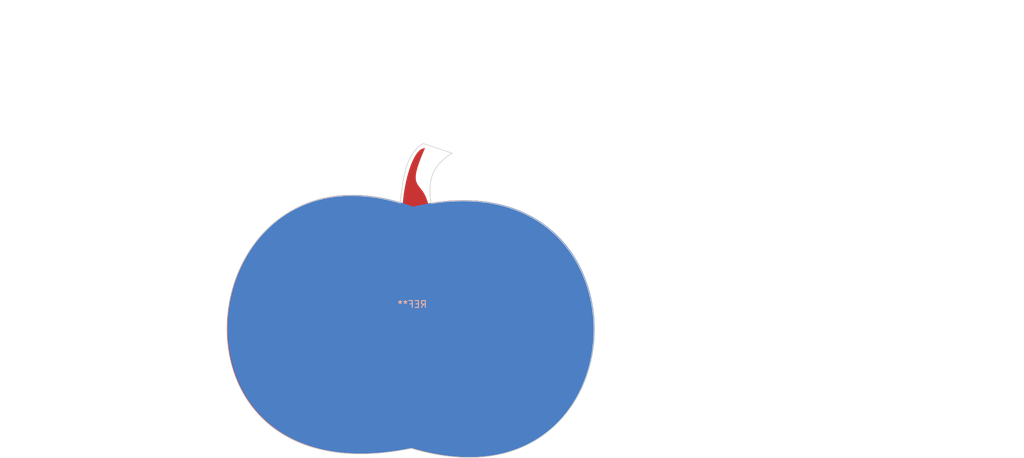
<source format=kicad_pcb>
(kicad_pcb (version 20201002) (generator pcbnew)

  (general
    (thickness 1.6)
  )

  (paper "A4")
  (layers
    (0 "F.Cu" signal)
    (31 "B.Cu" signal)
    (32 "B.Adhes" user "B.Adhesive")
    (33 "F.Adhes" user "F.Adhesive")
    (34 "B.Paste" user)
    (35 "F.Paste" user)
    (36 "B.SilkS" user "B.Silkscreen")
    (37 "F.SilkS" user "F.Silkscreen")
    (38 "B.Mask" user)
    (39 "F.Mask" user)
    (40 "Dwgs.User" user "User.Drawings")
    (41 "Cmts.User" user "User.Comments")
    (42 "Eco1.User" user "User.Eco1")
    (43 "Eco2.User" user "User.Eco2")
    (44 "Edge.Cuts" user)
    (45 "Margin" user)
    (46 "B.CrtYd" user "B.Courtyard")
    (47 "F.CrtYd" user "F.Courtyard")
    (48 "B.Fab" user)
    (49 "F.Fab" user)
  )

  (setup
    (stackup
      (layer "F.SilkS" (type "Top Silk Screen"))
      (layer "F.Paste" (type "Top Solder Paste"))
      (layer "F.Mask" (type "Top Solder Mask") (color "Green") (thickness 0.01))
      (layer "F.Cu" (type "copper") (thickness 0.035))
      (layer "dielectric 1" (type "core") (thickness 1.51) (material "FR4") (epsilon_r 4.5) (loss_tangent 0.02))
      (layer "B.Cu" (type "copper") (thickness 0.035))
      (layer "B.Mask" (type "Bottom Solder Mask") (color "Green") (thickness 0.01))
      (layer "B.Paste" (type "Bottom Solder Paste"))
      (layer "B.SilkS" (type "Bottom Silk Screen"))
      (copper_finish "None")
      (dielectric_constraints no)
    )
    (pcbplotparams
      (layerselection 0x00010fc_ffffffff)
      (disableapertmacros false)
      (usegerberextensions false)
      (usegerberattributes true)
      (usegerberadvancedattributes true)
      (creategerberjobfile true)
      (svguseinch false)
      (svgprecision 6)
      (excludeedgelayer true)
      (plotframeref false)
      (viasonmask false)
      (mode 1)
      (useauxorigin false)
      (hpglpennumber 1)
      (hpglpenspeed 20)
      (hpglpendiameter 15.000000)
      (psnegative false)
      (psa4output false)
      (plotreference true)
      (plotvalue true)
      (plotinvisibletext false)
      (sketchpadsonfab false)
      (subtractmaskfromsilk false)
      (outputformat 1)
      (mirror false)
      (drillshape 1)
      (scaleselection 1)
      (outputdirectory "")
    )
  )


  (net 0 "")

  (module "art:pumpkin-2-inch-negative" (layer "F.Cu") (tedit 0) (tstamp 25b5b7eb-c90e-4c20-a544-ccc2def3e2b4)
    (at 62.611 40.7924)
    (attr through_hole)
    (fp_text reference "Ref**" (at 0 0) (layer "F.SilkS") hide
      (effects (font (size 1.27 1.27) (thickness 0.15)))
      (tstamp a5b5fe59-cf5e-4554-a808-13af96efcd05)
    )
    (fp_text value "Val**" (at 0 0) (layer "F.SilkS") hide
      (effects (font (size 1.27 1.27) (thickness 0.15)))
      (tstamp b87aab96-5e5e-4fca-ab85-2a5a4775c54c)
    )
  )

  (module "art:pumpkin-2-inch-outline" (layer "F.Cu") (tedit 0) (tstamp 27dbb157-b7b6-41a0-8e52-17da90aed70a)
    (at 127.4318 91.2622)
    (attr through_hole)
    (fp_text reference "Ref**" (at 0 0) (layer "F.SilkS") hide
      (effects (font (size 1.27 1.27) (thickness 0.15)))
      (tstamp 8c80e7ae-b89b-4a20-b076-5a8af7914efa)
    )
    (fp_text value "Val**" (at 0 0) (layer "F.SilkS") hide
      (effects (font (size 1.27 1.27) (thickness 0.15)))
      (tstamp 6fcd595f-d47e-4916-b704-0b4c6ce2565c)
    )
    (fp_line (start 2.826203 -22.071324) (end 2.503597 -22.106356) (layer "Edge.Cuts") (width 0.1) (tstamp 0075c4e3-14ad-47e5-bc2f-75c648fb01ce))
    (fp_line (start -28.89323 -17.718391) (end -29.24675 -17.339299) (layer "Edge.Cuts") (width 0.1) (tstamp 00c50c5d-75ad-4f43-bfe8-81808945dcc6))
    (fp_line (start -5.215769 14.454353) (end -4.83785 14.537256) (layer "Edge.Cuts") (width 0.1) (tstamp 0157c6ca-a5aa-48b7-b470-2299e740b3f8))
    (fp_line (start -17.78266 -22.934005) (end -18.082536 -22.907526) (layer "Edge.Cuts") (width 0.1) (tstamp 026b585f-7396-4ab1-8578-a51cdd8dc092))
    (fp_line (start -20.391199 -22.537126) (end -20.668388 -22.471664) (layer "Edge.Cuts") (width 0.1) (tstamp 03406582-a573-46ee-b08c-9f135545896d))
    (fp_line (start -16.246111 -22.997247) (end -16.558354 -22.993965) (layer "Edge.Cuts") (width 0.1) (tstamp 03c132fc-5a6f-4d5e-a044-6fca97ed0679))
    (fp_line (start -21.751527 -22.16914) (end -22.015875 -22.08356) (layer "Edge.Cuts") (width 0.1) (tstamp 042ad03e-8703-4c26-8ea3-61ad78b4f3d1))
    (fp_line (start 18.900815 -6.258606) (end 18.826307 -6.762324) (layer "Edge.Cuts") (width 0.1) (tstamp 0517c28e-dd28-484d-9de0-fd13b027164c))
    (fp_line (start -18.915413 14.354291) (end -18.578099 14.402849) (layer "Edge.Cuts") (width 0.1) (tstamp 05ff96d7-dd2c-4765-9845-371f3a809984))
    (fp_line (start -2.894417 -28.188142) (end -2.699756 -28.356263) (layer "Edge.Cuts") (width 0.1) (tstamp 07c7a5ba-2f8e-4f84-ad39-9a39207dc783))
    (fp_line (start 6.163055 -21.412934) (end 5.875726 -21.492702) (layer "Edge.Cuts") (width 0.1) (tstamp 08ab2547-39bb-4000-b653-e82c442bc7b0))
    (fp_line (start -27.715453 10.776461) (end -27.49787 10.940413) (layer "Edge.Cuts") (width 0.1) (tstamp 08f5c554-9848-47a9-a087-66127737d05d))
    (fp_line (start -19.257034 -22.756978) (end -19.544374 -22.708402) (layer "Edge.Cuts") (width 0.1) (tstamp 08f82b06-84f7-4eaa-ad2c-ff5d92c85e29))
    (fp_line (start -33.883402 -8.175294) (end -33.989381 -7.665074) (layer "Edge.Cuts") (width 0.1) (tstamp 09ac69c1-95ba-478a-9ead-ccd2b73fac7b))
    (fp_line (start -7.783706 -28.299148) (end -7.904114 -28.041063) (layer "Edge.Cuts") (width 0.1) (tstamp 0a104b41-c07a-4e47-b0d7-0903c2248234))
    (fp_line (start -10.593999 14.354231) (end -10.170352 14.297334) (layer "Edge.Cuts") (width 0.1) (tstamp 0b4590da-209f-4de2-8f25-aabb80b563eb))
    (fp_line (start 11.016061 -19.220495) (end 10.789279 -19.365552) (layer "Edge.Cuts") (width 0.1) (tstamp 0bb27b0e-851e-4203-949c-852d8cea8f08))
    (fp_line (start 11.221232 12.235912) (end 11.437397 12.089352) (layer "Edge.Cuts") (width 0.1) (tstamp 0e220272-b3e8-4e28-9096-56047b6412b7))
    (fp_line (start -27.929407 10.609628) (end -27.715453 10.776461) (layer "Edge.Cuts") (width 0.1) (tstamp 0e3cb698-3ca8-4530-8ee9-26970829875d))
    (fp_line (start 3.461774 -21.98847) (end 3.145595 -22.032015) (layer "Edge.Cuts") (width 0.1) (tstamp 0f57d586-bd76-42c2-975f-0b8f6b5eab0c))
    (fp_line (start -22.952934 13.348863) (end -22.665096 13.449731) (layer "Edge.Cuts") (width 0.1) (tstamp 0fe4ca0e-62fc-4c09-b17a-4360a52767f6))
    (fp_line (start -3.854416 -21.957648) (end -4.238342 -21.90343) (layer "Edge.Cuts") (width 0.1) (tstamp 103b8fba-8f1d-4561-ad79-f5966c0a3ae4))
    (fp_line (start 17.005654 5.599352) (end 17.224816 5.145074) (layer "Edge.Cuts") (width 0.1) (tstamp 1090d5e5-a115-4211-aaaf-d6f0bd6bac15))
    (fp_line (start 8.140611 13.849517) (end 8.39538 13.745718) (layer "Edge.Cuts") (width 0.1) (tstamp 10a0470d-61b6-4da9-ad0a-6daf12abe5e2))
    (fp_line (start -2.72207 -22.090015) (end -3.096282 -22.050898) (layer "Edge.Cuts") (width 0.1) (tstamp 10c0baa4-8713-422f-8a0c-43e577e6c752))
    (fp_line (start 1.466729 15.162749) (end 1.789234 15.152007) (layer "Edge.Cuts") (width 0.1) (tstamp 114b56a4-ca3f-4360-9ece-9a40dcf430b9))
    (fp_line (start -30.216165 8.398963) (end -30.045245 8.596932) (layer "Edge.Cuts") (width 0.1) (tstamp 11b3a1ae-3439-4fbc-b7fe-494095baeb85))
    (fp_line (start -11.429314 14.452304) (end -11.013651 14.405873) (layer "Edge.Cuts") (width 0.1) (tstamp 12e1dad7-26ec-433f-b3b5-945063ed3dec))
    (fp_line (start -33.852307 1.084853) (end -33.727117 1.583984) (layer "Edge.Cuts") (width 0.1) (tstamp 13f7574e-7a02-40a5-a869-dc0c48bc29ae))
    (fp_line (start -23.793925 13.024139) (end -23.517342 13.136023) (layer "Edge.Cuts") (width 0.1) (tstamp 147db10a-f95e-4bcd-adc0-23b8e42c298d))
    (fp_line (start -4.462836 14.614853) (end -4.090728 14.687184) (layer "Edge.Cuts") (width 0.1) (tstamp 14b0490c-63a0-4592-bcbd-83a69681e874))
    (fp_line (start 19.052793 -2.192047) (end 19.076869 -2.700808) (layer "Edge.Cuts") (width 0.1) (tstamp 15053218-6daa-4531-9be8-0eb25d17683b))
    (fp_line (start -34.082978 -7.152481) (end -34.164137 -6.637865) (layer "Edge.Cuts") (width 0.1) (tstamp 154cecb0-2136-4edf-9130-59f577f6455f))
    (fp_line (start -12.652439 14.560768) (end -12.248701 14.529707) (layer "Edge.Cuts") (width 0.1) (tstamp 1596827f-8b4c-45c0-8178-e45c30a8ca7c))
    (fp_line (start 17.398974 -11.626126) (end 17.187777 -12.08777) (layer "Edge.Cuts") (width 0.1) (tstamp 16654401-1de0-45e3-99fd-a3fe0e0805e8))
    (fp_line (start 19.088156 -3.719632) (end 19.075345 -4.229023) (layer "Edge.Cuts") (width 0.1) (tstamp 1749b557-45e0-4b14-9072-943884b7ee3a))
    (fp_line (start -18.236932 14.447075) (end -17.891904 14.486926) (layer "Edge.Cuts") (width 0.1) (tstamp 17b34977-cefe-43f5-83b3-9ec5bfa3a6f6))
    (fp_line (start 18.528507 -8.259272) (end 18.404445 -8.752399) (layer "Edge.Cuts") (width 0.1) (tstamp 17d569cc-b6f1-4dd9-a8b1-9787f3856dfe))
    (fp_line (start -25.441876 -20.496813) (end -25.666687 -20.357475) (layer "Edge.Cuts") (width 0.1) (tstamp 1816bb63-caec-4f33-804a-eaa8df715c70))
    (fp_line (start 19.012759 -5.246084) (end 18.962962 -5.75308) (layer "Edge.Cuts") (width 0.1) (tstamp 19449467-5e36-4868-a7ad-5c51086e0162))
    (fp_line (start -5.903862 -30.49603) (end -6.022864 -30.41599) (layer "Edge.Cuts") (width 0.1) (tstamp 19fa20ae-ed79-4fdb-9c0b-f074ec6a0de3))
    (fp_line (start -4.238342 -21.90343) (end -4.625509 -21.844095) (layer "Edge.Cuts") (width 0.1) (tstamp 1a976ec3-c7bb-413a-996f-46a8b1a62736))
    (fp_line (start -26.115763 11.861175) (end -25.872581 12.003733) (layer "Edge.Cuts") (width 0.1) (tstamp 1d3fae44-6073-4f25-b61b-989127892789))
    (fp_line (start -34.359191 -2.490341) (end -34.325984 -1.973354) (layer "Edge.Cuts") (width 0.1) (tstamp 1d6287d6-266c-4a71-92d8-9c09cfeb4811))
    (fp_line (start 9.141912 13.41324) (end 9.384827 13.295527) (layer "Edge.Cuts") (width 0.1) (tstamp 1d68313f-f44b-4b65-923e-0a8034ce773c))
    (fp_line (start -26.324952 -19.920241) (end -26.538963 -19.768238) (layer "Edge.Cuts") (width 0.1) (tstamp 1e41088b-4054-4bfa-84fc-0e7c23e9b4d7))
    (fp_line (start -3.079628 -28.017566) (end -2.894417 -28.188142) (layer "Edge.Cuts") (width 0.1) (tstamp 1e64e377-cc4d-4cc3-a252-c0e5cfd37c26))
    (fp_line (start -24.51587 -21.020968) (end -24.751373 -20.894997) (layer "Edge.Cuts") (width 0.1) (tstamp 1ecfa11c-5970-4067-bfc4-adabcc11eda5))
    (fp_line (start -33.964194 0.582116) (end -33.852307 1.084853) (layer "Edge.Cuts") (width 0.1) (tstamp 1fdea56f-1931-447b-9958-54f4e97454ea))
    (fp_line (start 4.391052 -21.832848) (end 4.084502 -21.888845) (layer "Edge.Cuts") (width 0.1) (tstamp 20125159-bee2-4fff-af37-21c2d5faec8d))
    (fp_line (start -14.648231 -22.941209) (end -14.972673 -22.962223) (layer "Edge.Cuts") (width 0.1) (tstamp 2117ec54-8dee-4534-81ce-09f3bc6fff2b))
    (fp_line (start 19.088661 -3.210114) (end 19.088156 -3.719632) (layer "Edge.Cuts") (width 0.1) (tstamp 216e7550-5c73-44ec-8392-c02aa285f3c1))
    (fp_line (start -27.49787 10.940413) (end -27.27665 11.101441) (layer "Edge.Cuts") (width 0.1) (tstamp 21c3ff30-6ebd-4a3a-bcff-5ef9948c2c3a))
    (fp_line (start -24.601271 12.667158) (end -24.335883 12.789662) (layer "Edge.Cuts") (width 0.1) (tstamp 24c72bbf-cb43-4aa9-bec7-c898eb2bb116))
    (fp_line (start 14.150305 9.742151) (end 14.489983 9.365641) (layer "Edge.Cuts") (width 0.1) (tstamp 26a8d8d4-a8db-4165-b783-a8485648d21e))
    (fp_line (start -10.921182 -22.370966) (end -11.271865 -22.449301) (layer "Edge.Cuts") (width 0.1) (tstamp 274bf5ed-55be-4395-841b-b23a141f62a6))
    (fp_line (start 10.326807 12.791361) (end 10.554875 12.657202) (layer "Edge.Cuts") (width 0.1) (tstamp 27596dce-8703-496e-a670-9ba9266a6b9e))
    (fp_line (start -20.85876 13.97444) (end -20.544423 14.048065) (layer "Edge.Cuts") (width 0.1) (tstamp 27a401a9-c199-4572-8bc3-63212240f6f8))
    (fp_line (start 16.217965 -13.872558) (end 15.944202 -14.301626) (layer "Edge.Cuts") (width 0.1) (tstamp 27b661a7-19bc-4a85-9de7-fe6793a8b790))
    (fp_line (start 11.650584 11.939796) (end 11.86079 11.787288) (layer "Edge.Cuts") (width 0.1) (tstamp 28314d1f-57d1-4698-8ad0-e6ad60ac3918))
    (fp_line (start 8.39538 13.745718) (end 8.647187 13.638377) (layer "Edge.Cuts") (width 0.1) (tstamp 28a930f0-8b39-4bc0-a0c3-8cdf1ccc96d5))
    (fp_line (start -13.992097 -22.884164) (end -14.32137 -22.915204) (layer "Edge.Cuts") (width 0.1) (tstamp 28e2fbe2-9868-4bc2-81b9-8ff216379db0))
    (fp_line (start 17.957726 -10.209501) (end 17.783938 -10.686655) (layer "Edge.Cuts") (width 0.1) (tstamp 295db562-fbf3-4c15-afcb-1f45620021db))
    (fp_line (start 17.980239 3.272053) (end 18.138735 2.791501) (layer "Edge.Cuts") (width 0.1) (tstamp 2a3ebab5-21f3-4933-b1bc-928327ce6fba))
    (fp_line (start -28.34645 10.267497) (end -28.139736 10.439959) (layer "Edge.Cuts") (width 0.1) (tstamp 2aa06e02-7a98-4206-a933-a02d07ff7ae5))
    (fp_line (start -34.381487 -4.046759) (end -34.386889 -3.527396) (layer "Edge.Cuts") (width 0.1) (tstamp 2b34da29-257e-406f-9f48-0112cd87d9a8))
    (fp_line (start 15.047595 -15.542342) (end 14.723584 -15.939296) (layer "Edge.Cuts") (width 0.1) (tstamp 2bf5b2ee-f2db-453d-ac72-863549b87072))
    (fp_line (start 18.285065 2.306704) (end 18.419219 1.817997) (layer "Edge.Cuts") (width 0.1) (tstamp 2c4dd4a6-7943-411f-881c-453a35155f80))
    (fp_line (start 4.084502 -21.888845) (end 3.774743 -21.940733) (layer "Edge.Cuts") (width 0.1) (tstamp 2c7c0d13-1230-4ea9-95f3-7330c5c52363))
    (fp_line (start -13.326339 -22.806802) (end -13.660417 -22.848044) (layer "Edge.Cuts") (width 0.1) (tstamp 2c8c4fbf-d599-411f-a5cc-be3ca33c8142))
    (fp_line (start -7.040721 -29.47211) (end -7.209564 -29.25439) (layer "Edge.Cuts") (width 0.1) (tstamp 2d07f850-2a69-4eb3-8d96-6ea5f78c1d9b))
    (fp_line (start 17.431866 4.684869) (end 17.626793 4.219073) (layer "Edge.Cuts") (width 0.1) (tstamp 2d4a265c-5a69-4b6f-97f5-2bb298662a84))
    (fp_line (start -2.351095 -22.124182) (end -2.72207 -22.090015) (layer "Edge.Cuts") (width 0.1) (tstamp 2da4cfce-95ef-4efb-97a8-07331ff7e89f))
    (fp_line (start -4.563439 -25.640928) (end -4.491977 -25.870592) (layer "Edge.Cuts") (width 0.1) (tstamp 2e4125b6-397e-4f3d-abb3-83dae20bf9ab))
    (fp_line (start 18.962962 -5.75308) (end 18.900815 -6.258606) (layer "Edge.Cuts") (width 0.1) (tstamp 2ed1dc60-c363-47c5-9a5d-07af071ce0cc))
    (fp_line (start -28.749054 9.914371) (end -28.549553 10.092286) (layer "Edge.Cuts") (width 0.1) (tstamp 3088ee18-d574-4e40-8ea1-995e43700a25))
    (fp_line (start -23.517342 13.136023) (end -23.237014 13.244279) (layer "Edge.Cuts") (width 0.1) (tstamp 30fb670f-f3a4-4c1b-805d-c21782ddba31))
    (fp_line (start -34.062833 0.076124) (end -33.964194 0.582116) (layer "Edge.Cuts") (width 0.1) (tstamp 3176bc67-e8d4-4899-b302-b98f7fd5ccb7))
    (fp_line (start 1.789234 15.152007) (end 2.108808 15.136756) (layer "Edge.Cuts") (width 0.1) (tstamp 31b5e6bb-e9ae-4da2-a72f-5763e2c77784))
    (fp_line (start -23.547366 -21.489891) (end -23.793453 -21.377992) (layer "Edge.Cuts") (width 0.1) (tstamp 32201baa-4dc2-4b17-8277-1d5133bd3c72))
    (fp_line (start 6.447184 -21.329352) (end 6.163055 -21.412934) (layer "Edge.Cuts") (width 0.1) (tstamp 3389f681-82a0-4359-b73a-fd129c099e7e))
    (fp_line (start 15.359028 -15.136854) (end 15.047595 -15.542342) (layer "Edge.Cuts") (width 0.1) (tstamp 338c1d75-d257-4cd7-82fe-9ae0cf49de4e))
    (fp_line (start -3.255385 -27.844157) (end -3.079628 -28.017566) (layer "Edge.Cuts") (width 0.1) (tstamp 34ca6381-d1b8-43ec-b51e-69313b3a3eaa))
    (fp_line (start -20.544423 14.048065) (end -20.226273 14.117622) (layer "Edge.Cuts") (width 0.1) (tstamp 34da781b-389f-4b51-89aa-88ab0e13ce37))
    (fp_line (start 4.852898 14.803564) (end 5.143097 14.745542) (layer "Edge.Cuts") (width 0.1) (tstamp 35c998de-a204-4e2c-ba45-b6419ca96df2))
    (fp_line (start 11.002089 12.379435) (end 11.221232 12.235912) (layer "Edge.Cuts") (width 0.1) (tstamp 35ccf444-830f-4a6c-bcc5-44b2e91d933d))
    (fp_line (start -6.860884 -29.680666) (end -7.040721 -29.47211) (layer "Edge.Cuts") (width 0.1) (tstamp 3604afe3-25b0-47cb-b0f3-675d938ee371))
    (fp_line (start 8.605226 -20.528413) (end 8.346639 -20.640999) (layer "Edge.Cuts") (width 0.1) (tstamp 3605a3ca-856b-4d5a-bf51-9b91c4ef6d8f))
    (fp_line (start -29.589023 -16.950444) (end -29.919996 -16.55218) (layer "Edge.Cuts") (width 0.1) (tstamp 36332d62-2c65-4088-aa33-a51fa9dca2fe))
    (fp_line (start -18.6748 -22.841091) (end -18.967174 -22.801222) (layer "Edge.Cuts") (width 0.1) (tstamp 36947c16-195c-4639-b1f7-ac170aa075d5))
    (fp_line (start -8.389199 -26.653165) (end -8.465877 -26.358634) (layer "Edge.Cuts") (width 0.1) (tstamp 37aed54e-6bbe-4fdb-b6f2-8aaacaffc481))
    (fp_line (start 14.489983 9.365641) (end 14.817658 8.979841) (layer "Edge.Cuts") (width 0.1) (tstamp 37e0bfa3-8c9a-4c1d-a022-a1a9f668ef1b))
    (fp_line (start -24.066769 12.908671) (end -23.793925 13.024139) (layer "Edge.Cuts") (width 0.1) (tstamp 38331661-e8e6-4b5d-9a06-ca4d4baa219c))
    (fp_line (start -8.771552 -24.82121) (end -8.820197 -24.503315) (layer "Edge.Cuts") (width 0.1) (tstamp 391c2915-712f-40eb-aec8-e47fda624245))
    (fp_line (start -8.820197 -24.503315) (end -8.908485 -23.860023) (layer "Edge.Cuts") (width 0.1) (tstamp 3ac7a0d8-e4ea-46df-affb-8a3c0f0263dc))
    (fp_line (start -4.677832 -25.159037) (end -4.625392 -25.403869) (layer "Edge.Cuts") (width 0.1) (tstamp 3b7390b7-3311-4207-b1ec-3bbe19193cce))
    (fp_line (start -34.363324 -4.566211) (end -34.381487 -4.046759) (layer "Edge.Cuts") (width 0.1) (tstamp 3c7938e3-91dd-4b16-8200-044897ebebdc))
    (fp_line (start 14.817658 8.979841) (end 15.133319 8.585087) (layer "Edge.Cuts") (width 0.1) (tstamp 3ccd0a5c-b1a9-41ee-8897-e02ead5c4fbf))
    (fp_line (start -5.781511 -30.573279) (end -5.781511 -30.573279) (layer "Edge.Cuts") (width 0.1) (tstamp 3df40a9d-4d61-492e-b87b-51b4ca409872))
    (fp_line (start 8.860627 -20.412391) (end 8.605226 -20.528413) (layer "Edge.Cuts") (width 0.1) (tstamp 3e269593-c7ea-43c7-a86d-ce59ae4ae402))
    (fp_line (start -24.984212 -20.765619) (end -25.214383 -20.632876) (layer "Edge.Cuts") (width 0.1) (tstamp 3f3bdc10-203e-4fa1-8ab0-210aa39993ff))
    (fp_line (start -33.634512 -9.187202) (end -33.765094 -8.682787) (layer "Edge.Cuts") (width 0.1) (tstamp 3f6bbe3d-dce5-43c9-8568-d98e247add48))
    (fp_line (start 12.514766 -18.123001) (end 12.310167 -18.288288) (layer "Edge.Cuts") (width 0.1) (tstamp 406a8275-8db9-4dc3-84e0-917fe23b4905))
    (fp_line (start -12.989868 -22.760393) (end -13.326339 -22.806802) (layer "Edge.Cuts") (width 0.1) (tstamp 407c4bd5-fb89-47c6-8178-7f05b00e3fbb))
    (fp_line (start -17.891904 14.486926) (end -17.54301 14.522357) (layer "Edge.Cuts") (width 0.1) (tstamp 41143176-8813-472d-ac33-7cf24b115aa5))
    (fp_line (start 13.675973 -17.0756) (end 13.490335 -17.256586) (layer "Edge.Cuts") (width 0.1) (tstamp 412fb35a-4be4-4127-b2d4-f187f9d74fb2))
    (fp_line (start 16.531041 6.488781) (end 16.774392 6.047366) (layer "Edge.Cuts") (width 0.1) (tstamp 41b0c525-764b-4114-8427-eca4ca0a166b))
    (fp_line (start -9.495069 -22.002438) (end -9.855091 -22.102937) (layer "Edge.Cuts") (width 0.1) (tstamp 422a712e-eb75-4e26-8cfd-b3f60279cb48))
    (fp_line (start 11.86079 11.787288) (end 12.068015 11.631869) (layer "Edge.Cuts") (width 0.1) (tstamp 426666fc-d6a5-4c92-86bd-3951aea32e92))
    (fp_line (start -11.271865 -22.449301) (end -11.620196 -22.522205) (layer "Edge.Cuts") (width 0.1) (tstamp 43ce7436-427d-40ea-a8a2-5898cce71c91))
    (fp_line (start -23.047313 -21.702761) (end -23.298651 -21.598162) (layer "Edge.Cuts") (width 0.1) (tstamp 43dab571-9ff9-4cf4-bed0-4fc05a5e04d6))
    (fp_line (start 10.32619 -19.646451) (end 10.08988 -19.782208) (layer "Edge.Cuts") (width 0.1) (tstamp 44143191-e0c9-4a80-b127-85892f7c0664))
    (fp_line (start -16.833595 14.579785) (end -16.47306 14.601693) (layer "Edge.Cuts") (width 0.1) (tstamp 44732d08-a4b3-44f3-a64b-fb2f4e4809f5))
    (fp_line (start 4.559756 14.857498) (end 4.852898 14.803564) (layer "Edge.Cuts") (width 0.1) (tstamp 449e1477-d5eb-4032-a43e-10c0b0460e57))
    (fp_line (start 13.434985 10.465956) (end 13.798636 10.109035) (layer "Edge.Cuts") (width 0.1) (tstamp 45269a50-d87d-4a2e-b18a-7f8f3fc18f36))
    (fp_line (start -31.167542 7.164206) (end -31.017772 7.375368) (layer "Edge.Cuts") (width 0.1) (tstamp 452cf3a6-56c3-4def-9314-43a601fb24fb))
    (fp_line (start -28.549553 10.092286) (end -28.34645 10.267497) (layer "Edge.Cuts") (width 0.1) (tstamp 4612820b-50b0-4d8c-b07d-d1139f600815))
    (fp_line (start -26.591103 11.566539) (end -26.355268 11.715429) (layer "Edge.Cuts") (width 0.1) (tstamp 465ab5c1-cfbc-4639-8e4d-9b5f241b5c1d))
    (fp_line (start 10.095767 12.922316) (end 10.326807 12.791361) (layer "Edge.Cuts") (width 0.1) (tstamp 469317ef-834a-4dcd-99bd-2cb84457373e))
    (fp_line (start -0.899519 -22.212195) (end -1.257567 -22.197406) (layer "Edge.Cuts") (width 0.1) (tstamp 4735d11b-3981-409a-bcf9-3af692064c97))
    (fp_line (start -0.544701 -22.222245) (end -0.899519 -22.212195) (layer "Edge.Cuts") (width 0.1) (tstamp 4842f981-d078-4e58-b55c-9ffd91d68eaf))
    (fp_line (start -9.742704 14.235138) (end -9.311046 14.167599) (layer "Edge.Cuts") (width 0.1) (tstamp 485afef3-5661-477b-ad96-4e10d214780c))
    (fp_line (start -2.631378 14.9247) (end -2.273818 14.971337) (layer "Edge.Cuts") (width 0.1) (tstamp 494167da-41ae-4d19-86cd-e7094a8fd438))
    (fp_line (start -25.666687 -20.357475) (end -25.888808 -20.214904) (layer "Edge.Cuts") (width 0.1) (tstamp 4a2a9eae-282e-4481-bb42-edd44e72072d))
    (fp_line (start -6.022864 -30.41599) (end -6.138572 -30.333205) (layer "Edge.Cuts") (width 0.1) (tstamp 4a99260c-d7cb-4f20-8851-1128fb309686))
    (fp_line (start -22.015875 -22.08356) (end -22.277634 -21.994088) (layer "Edge.Cuts") (width 0.1) (tstamp 4abd9118-ed43-4253-bb31-7cb8c5b92ac1))
    (fp_line (start 8.896032 13.527537) (end 9.141912 13.41324) (layer "Edge.Cuts") (width 0.1) (tstamp 4b728cfd-40d5-4878-a6d7-7a3058a83ae8))
    (fp_line (start -25.888808 -20.214904) (end -26.108232 -20.069145) (layer "Edge.Cuts") (width 0.1) (tstamp 4bb67cdc-85b3-48b2-a53b-af05d5873a3b))
    (fp_line (start -19.544374 -22.708402) (end -19.829185 -22.655539) (layer "Edge.Cuts") (width 0.1) (tstamp 4c4033ef-f229-4b9d-96f8-8dea4ced0496))
    (fp_line (start -8.306323 -26.94253) (end -8.389199 -26.653165) (layer "Edge.Cuts") (width 0.1) (tstamp 4c762c93-9e96-459f-b47c-a01ed9d002e6))
    (fp_line (start -30.383544 8.198686) (end -30.216165 8.398963) (layer "Edge.Cuts") (width 0.1) (tstamp 4d062d63-a5d0-4530-9e40-4d3b9e3add67))
    (fp_line (start 12.310167 -18.288288) (end 12.102403 -18.45081) (layer "Edge.Cuts") (width 0.1) (tstamp 4d12b73b-ada8-4d9e-b1e7-800d6f0bf783))
    (fp_line (start -21.484598 -22.250784) (end -21.751527 -22.16914) (layer "Edge.Cuts") (width 0.1) (tstamp 4d1e24aa-4d9b-4668-b509-0cfa1838732f))
    (fp_line (start -8.875374 14.094673) (end -8.435678 14.016316) (layer "Edge.Cuts") (width 0.1) (tstamp 4dec9051-f78b-4626-8189-e6f8ad281935))
    (fp_line (start 12.473513 11.312465) (end 12.671785 11.148565) (layer "Edge.Cuts") (width 0.1) (tstamp 4df319d2-c345-4647-9872-0e171d7684d6))
    (fp_line (start -14.972673 -22.962223) (end -15.294689 -22.97829) (layer "Edge.Cuts") (width 0.1) (tstamp 4f1a1e7e-5719-4d0d-877e-acaf56b42c87))
    (fp_line (start -24.277711 -21.143487) (end -24.51587 -21.020968) (layer "Edge.Cuts") (width 0.1) (tstamp 4fa69c61-15da-43ce-8672-036ae6fd7127))
    (fp_line (start -25.120901 12.411837) (end -24.862942 12.541201) (layer "Edge.Cuts") (width 0.1) (tstamp 4fec74a8-aeb0-4f7d-b481-ff70167829ea))
    (fp_line (start 11.460107 -18.921375) (end 11.23967 -19.072422) (layer "Edge.Cuts") (width 0.1) (tstamp 51e74ac4-0d6a-46db-a995-28dd2864341c))
    (fp_line (start -23.298651 -21.598162) (end -23.547366 -21.489891) (layer "Edge.Cuts") (width 0.1) (tstamp 527294c4-bb65-4e79-ac9d-8aa359dc1908))
    (fp_line (start -30.547387 7.996144) (end -30.383544 8.198686) (layer "Edge.Cuts") (width 0.1) (tstamp 52d886fc-ddd2-4fc0-968b-8a689f443367))
    (fp_line (start -3.86378 -27.114579) (end -3.725885 -27.303124) (layer "Edge.Cuts") (width 0.1) (tstamp 53eb1b58-48e9-4286-91a1-4886aeb72bf3))
    (fp_line (start -6.138572 -30.333205) (end -6.251042 -30.247721) (layer "Edge.Cuts") (width 0.1) (tstamp 543b650a-38ce-41f5-89cd-ed7f9571de03))
    (fp_line (start 7.358551 14.139244) (end 7.622195 14.046322) (layer "Edge.Cuts") (width 0.1) (tstamp 545210d0-dd6d-4b13-9885-88de56a1ff81))
    (fp_line (start 19.016442 -1.68417) (end 19.052793 -2.192047) (layer "Edge.Cuts") (width 0.1) (tstamp 54bc8fb7-259f-4545-a51b-6c52c6ee658f))
    (fp_line (start -32.693594 4.483337) (end -32.473771 4.947373) (layer "Edge.Cuts") (width 0.1) (tstamp 553d2eb4-e546-4036-a9b6-3dfe8d6279c4))
    (fp_line (start -2.699756 -28.356263) (end -2.49565 -28.522311) (layer "Edge.Cuts") (width 0.1) (tstamp 55d83840-7167-4236-b0cf-db3e35387d39))
    (fp_line (start -17.190243 14.553325) (end -16.833595 14.579785) (layer "Edge.Cuts") (width 0.1) (tstamp 57056b16-4781-4caf-95ec-7a2597bc4985))
    (fp_line (start -15.740303 14.63168) (end -15.368066 14.63967) (layer "Edge.Cuts") (width 0.1) (tstamp 5765a117-f9d1-485d-a968-32ea96bc491a))
    (fp_line (start -5.980313 14.272457) (end -5.59659 14.366101) (layer "Edge.Cuts") (width 0.1) (tstamp 57a2a4e8-ce94-4b3b-9a30-05e625666017))
    (fp_line (start -32.154458 -13.069504) (end -32.38129 -12.602377) (layer "Edge.Cuts") (width 0.1) (tstamp 590dfe94-4a87-430b-bc8b-9fbffd05b5d8))
    (fp_line (start -33.436614 2.57002) (end -33.271191 3.056221) (layer "Edge.Cuts") (width 0.1) (tstamp 5963a86f-8bca-4fb3-8a0a-59a459985ce3))
    (fp_line (start -31.31381 6.950999) (end -31.167542 7.164206) (layer "Edge.Cuts") (width 0.1) (tstamp 5997688f-f3e6-4095-a2ab-fc80af69e2e5))
    (fp_line (start -25.872581 12.003733) (end -25.625714 12.143059) (layer "Edge.Cuts") (width 0.1) (tstamp 5a011cb3-7b07-4b41-af3d-8a0f3413aa6e))
    (fp_line (start -19.829185 -22.655539) (end -20.111463 -22.598432) (layer "Edge.Cuts") (width 0.1) (tstamp 5a1a290c-4c9f-46c6-8af0-a6aadac84ac2))
    (fp_line (start 9.861756 13.050023) (end 10.095767 12.922316) (layer "Edge.Cuts") (width 0.1) (tstamp 5c374f85-301b-4630-a949-c8225938dde8))
    (fp_line (start -8.435678 14.016316) (end -7.991954 13.932483) (layer "Edge.Cuts") (width 0.1) (tstamp 5c57d757-0a2e-43b7-8a2d-c0e1fc1d22e4))
    (fp_line (start -22.277634 -21.994088) (end -22.536798 -21.900768) (layer "Edge.Cuts") (width 0.1) (tstamp 5c765c23-a241-4095-b39a-b5f354fc7446))
    (fp_line (start -11.013651 14.405873) (end -10.593999 14.354231) (layer "Edge.Cuts") (width 0.1) (tstamp 5c86ba49-e210-4b98-932d-fd39d501fa41))
    (fp_line (start -5.781511 -30.572246) (end -5.781511 -30.573279) (layer "Edge.Cuts") (width 0.1) (tstamp 5cc0ee51-6333-4343-b60c-60f5b5a469d5))
    (fp_line (start 19.076869 -2.700808) (end 19.088661 -3.210114) (layer "Edge.Cuts") (width 0.1) (tstamp 5d2665eb-2a3a-4b5a-9a2f-507b4ad823f2))
    (fp_line (start 9.384827 13.295527) (end 9.624776 13.17444) (layer "Edge.Cuts") (width 0.1) (tstamp 5d4aa1fa-3f88-4fcf-8cfc-1d6b7111d507))
    (fp_line (start -0.529753 15.130171) (end -0.189697 15.147362) (layer "Edge.Cuts") (width 0.1) (tstamp 5d4b8f7b-9ea4-4c14-a8b8-6ec9faa2780b))
    (fp_line (start -33.336739 -10.185392) (end -33.491709 -9.688188) (layer "Edge.Cuts") (width 0.1) (tstamp 5d7e09d5-92b4-4abd-abac-d041d1338e7f))
    (fp_line (start -2.282104 -28.686665) (end -2.059122 -28.849705) (layer "Edge.Cuts") (width 0.1) (tstamp 5e2d79ec-c40e-4922-8b83-21a9c89c8c24))
    (fp_line (start 9.850392 -19.914781) (end 9.607724 -20.044128) (layer "Edge.Cuts") (width 0.1) (tstamp 5e2e1390-bd2d-4366-bbcc-7c6f2563f387))
    (fp_line (start -21.476023 13.815163) (end -21.169291 13.896792) (layer "Edge.Cuts") (width 0.1) (tstamp 5e6b2f2b-e97c-48f2-889c-340a6362d58a))
    (fp_line (start -4.792443 -23.505503) (end -4.797177 -23.804961) (layer "Edge.Cuts") (width 0.1) (tstamp 5f6f3fb9-5a2d-4dcd-8af7-6aba47196923))
    (fp_line (start -24.862942 12.541201) (end -24.601271 12.667158) (layer "Edge.Cuts") (width 0.1) (tstamp 620b87fd-6589-4bc4-a40f-47784a2b0863))
    (fp_line (start -30.547822 -15.728826) (end -30.844568 -15.304441) (layer "Edge.Cuts") (width 0.1) (tstamp 635cba52-21d6-4f2f-9458-202c8f00c532))
    (fp_line (start -3.355233 14.81622) (end -2.99185 14.873009) (layer "Edge.Cuts") (width 0.1) (tstamp 636a2424-dae3-44bd-9bdb-920a63cd2cae))
    (fp_line (start 10.789279 -19.365552) (end 10.559322 -19.507551) (layer "Edge.Cuts") (width 0.1) (tstamp 6395fac1-1791-4118-8cb2-67260c653732))
    (fp_line (start 18.541186 1.325717) (end 18.650954 0.8302) (layer "Edge.Cuts") (width 0.1) (tstamp 63fb821b-a1ce-4efa-ba4b-a6166817d57d))
    (fp_line (start -15.294689 -22.97829) (end -15.614271 -22.989453) (layer "Edge.Cuts") (width 0.1) (tstamp 647f0bab-efc9-4ccf-a8da-ccdf195a4735))
    (fp_line (start -8.908485 -23.860023) (end -8.987677 -23.20915) (layer "Edge.Cuts") (width 0.1) (tstamp 6643f725-dae1-43b1-8655-a51f6bdd717e))
    (fp_line (start -26.750256 -19.613178) (end -26.958826 -19.455107) (layer "Edge.Cuts") (width 0.1) (tstamp 664699ba-e289-43ed-a2de-16ae2fec0e78))
    (fp_line (start 6.822396 14.313917) (end 7.091951 14.228457) (layer "Edge.Cuts") (width 0.1) (tstamp 669fce70-b4a8-44f2-a949-4881dda6e457))
    (fp_line (start -22.078117 13.640143) (end -21.778963 13.729599) (layer "Edge.Cuts") (width 0.1) (tstamp 66e7a2d9-bb9c-4e89-9e5a-c1c94d1bd3a2))
    (fp_line (start -11.966169 -22.589723) (end -12.309776 -22.651897) (layer "Edge.Cuts") (width 0.1) (tstamp 66f07cea-b069-4f24-ab10-a0070799c973))
    (fp_line (start -15.368066 14.63967) (end -14.991916 14.642932) (layer "Edge.Cuts") (width 0.1) (tstamp 686e1f2a-3147-40ae-be96-d2e6070956b1))
    (fp_line (start -28.944959 9.733796) (end -28.749054 9.914371) (layer "Edge.Cuts") (width 0.1) (tstamp 68994e99-5246-442b-a99b-49df868baf52))
    (fp_line (start -24.335883 12.789662) (end -24.066769 12.908671) (layer "Edge.Cuts") (width 0.1) (tstamp 6928166f-3b3e-4f6e-878d-33f5fe985545))
    (fp_line (start -21.215094 -22.328449) (end -21.484598 -22.250784) (layer "Edge.Cuts") (width 0.1) (tstamp 6956b2d0-428e-4ca7-9c15-ced5d04c5f9a))
    (fp_line (start -1.218627 15.08134) (end -0.87273 15.108178) (layer "Edge.Cuts") (width 0.1) (tstamp 6a2e26e2-1c2b-4ed2-a526-507519f3757f))
    (fp_line (start 3.662681 14.994351) (end 3.964646 14.952933) (layer "Edge.Cuts") (width 0.1) (tstamp 6ab61b12-93c9-4853-b189-dca844012070))
    (fp_line (start 12.671785 11.148565) (end 12.867069 10.981922) (layer "Edge.Cuts") (width 0.1) (tstamp 6abad9ea-52c8-49e2-bb68-dd3f78be4179))
    (fp_line (start -34.220581 -0.944217) (end -34.148277 -0.432771) (layer "Edge.Cuts") (width 0.1) (tstamp 6ad9c21e-2ea6-4d52-9e74-7f8951f2e880))
    (fp_line (start -34.148277 -0.432771) (end -34.062833 0.076124) (layer "Edge.Cuts") (width 0.1) (tstamp 6b894001-c7e0-4146-aff6-d33e7f37befc))
    (fp_line (start -29.326006 9.364838) (end -29.137274 9.550603) (layer "Edge.Cuts") (width 0.1) (tstamp 6b8fd4d5-ae09-4e23-9640-8a8044b68ba7))
    (fp_line (start 13.798636 10.109035) (end 14.150305 9.742151) (layer "Edge.Cuts") (width 0.1) (tstamp 6d1faaf8-bc57-4407-b513-563734f37a15))
    (fp_line (start 12.867069 10.981922) (end 13.059365 10.812578) (layer "Edge.Cuts") (width 0.1) (tstamp 6d83fee0-7cda-4a8c-bbcd-1a9c3eaf579b))
    (fp_line (start 2.177776 -22.137069) (end 1.848738 -22.163421) (layer "Edge.Cuts") (width 0.1) (tstamp 6dbbf117-ba71-4c2b-b344-ab63cdc6eddb))
    (fp_line (start -32.990518 -11.167049) (end -33.169658 -10.678463) (layer "Edge.Cuts") (width 0.1) (tstamp 6dcab56a-dc0a-44fd-9201-7140ad84f716))
    (fp_line (start -8.987677 -23.20915) (end -9.132729 -21.896289) (layer "Edge.Cuts") (width 0.1) (tstamp 6e0eefc6-254d-402a-abee-71161375ecaf))
    (fp_line (start -33.491709 -9.688188) (end -33.634512 -9.187202) (layer "Edge.Cuts") (width 0.1) (tstamp 6ec0929a-8410-46e2-8435-ad7dc9dc7364))
    (fp_line (start -0.87273 15.108178) (end -0.529753 15.130171) (layer "Edge.Cuts") (width 0.1) (tstamp 6eff642f-6409-4cd9-a9ab-213f6869bb77))
    (fp_line (start -34.232806 -6.121578) (end -34.288929 -5.603972) (layer "Edge.Cuts") (width 0.1) (tstamp 6f3efcca-2cc3-47b2-a557-d601644137b7))
    (fp_line (start -17.54301 14.522357) (end -17.190243 14.553325) (layer "Edge.Cuts") (width 0.1) (tstamp 6f532141-31ee-43ac-a8ba-f4b6484804ae))
    (fp_line (start -13.660417 -22.848044) (end -13.992097 -22.884164) (layer "Edge.Cuts") (width 0.1) (tstamp 6fa5faec-2be8-4179-91a3-2d1a092e4071))
    (fp_line (start 8.647187 13.638377) (end 8.896032 13.527537) (layer "Edge.Cuts") (width 0.1) (tstamp 70b873be-2b0b-402f-848a-2437e576c36f))
    (fp_line (start -8.536793 -26.0593) (end -8.602382 -25.755528) (layer "Edge.Cuts") (width 0.1) (tstamp 7188e73b-9622-4980-9269-17ba537f0efe))
    (fp_line (start -1.983353 -22.153442) (end -2.351095 -22.124182) (layer "Edge.Cuts") (width 0.1) (tstamp 71c5ef96-ef5e-43b9-9121-afd649a21d80))
    (fp_line (start -30.844568 -15.304441) (end -31.129797 -14.872053) (layer "Edge.Cuts") (width 0.1) (tstamp 7237d058-6c09-426d-82e6-e436b210fa03))
    (fp_line (start -1.584867 -29.173364) (end -5.781511 -30.572246) (layer "Edge.Cuts") (width 0.1) (tstamp 7256ee0d-cf37-456e-8523-b5f159ea9054))
    (fp_line (start -32.799374 -11.650797) (end -32.990518 -11.167049) (layer "Edge.Cuts") (width 0.1) (tstamp 734e4cc9-e2f3-4a25-b853-297cab5525ab))
    (fp_line (start 16.727897 -12.993194) (end 16.479193 -13.436302) (layer "Edge.Cuts") (width 0.1) (tstamp 7364bc0a-11b5-4d6d-8e0a-5b103d058ad2))
    (fp_line (start -34.279798 -1.457861) (end -34.220581 -0.944217) (layer "Edge.Cuts") (width 0.1) (tstamp 741d6ae0-2de5-49f4-887a-18b3d0e2c3fa))
    (fp_line (start -10.170352 14.297334) (end -9.742704 14.235138) (layer "Edge.Cuts") (width 0.1) (tstamp 7422caff-0c20-47e9-9afd-641748ee4f57))
    (fp_line (start 11.891472 -18.610527) (end 11.677374 -18.767396) (layer "Edge.Cuts") (width 0.1) (tstamp 7582c13f-a387-4110-acad-bebc8128ff84))
    (fp_line (start 13.30154 -17.43506) (end 13.109587 -17.610981) (layer "Edge.Cuts") (width 0.1) (tstamp 75aa44d9-1bd2-4d73-8a99-23959e5e6095))
    (fp_line (start -27.051787 11.259501) (end -26.823273 11.414548) (layer "Edge.Cuts") (width 0.1) (tstamp 75f564f1-5b62-47b0-8ef9-005dc8132434))
    (fp_line (start 7.622195 14.046322) (end 7.882883 13.949732) (layer "Edge.Cuts") (width 0.1) (tstamp 761f1278-9735-41cb-b5ce-bc0dba406f03))
    (fp_line (start -8.663081 -25.44768) (end -8.719326 -25.136119) (layer "Edge.Cuts") (width 0.1) (tstamp 76d9da61-db3c-4cb2-bd6f-f1ceae6a0ff4))
    (fp_line (start -28.152667 -18.445882) (end -28.528518 -18.087369) (layer "Edge.Cuts") (width 0.1) (tstamp 77076484-9522-4345-9e95-7d6675cdaf40))
    (fp_line (start -25.375156 12.279108) (end -25.120901 12.411837) (layer "Edge.Cuts") (width 0.1) (tstamp 77845e64-7716-4529-8a1d-7f7df024f415))
    (fp_line (start 13.109587 -17.610981) (end 12.914475 -17.784306) (layer "Edge.Cuts") (width 0.1) (tstamp 77f2bfd0-9c4f-4fd7-bf65-14e9e5ed1835))
    (fp_line (start -4.320546 -26.309257) (end -4.220585 -26.519019) (layer "Edge.Cuts") (width 0.1) (tstamp 78c946d7-8ca6-4b21-bd06-1e642f0bb105))
    (fp_line (start -7.516008 -28.792915) (end -7.654482 -28.549886) (layer "Edge.Cuts") (width 0.1) (tstamp 793b6b5f-e9f3-4633-b7ab-a35b1615cafb))
    (fp_line (start -32.473771 4.947373) (end -32.240213 5.404988) (layer "Edge.Cuts") (width 0.1) (tstamp 799fe1a0-8a79-492f-8db6-6f7ef3a54e0e))
    (fp_line (start -1.618844 -22.177836) (end -1.983353 -22.153442) (layer "Edge.Cuts") (width 0.1) (tstamp 7a464061-4d2f-4134-8153-554c8693d97e))
    (fp_line (start 18.833852 -0.1692) (end 18.906961 -0.67241) (layer "Edge.Cuts") (width 0.1) (tstamp 7ad3c8b5-135e-4906-b954-1703e667cc22))
    (fp_line (start -4.220585 -26.519019) (end -4.111135 -26.722906) (layer "Edge.Cuts") (width 0.1) (tstamp 7b043c21-8290-41d3-bfc8-f2ef2ad74982))
    (fp_line (start -33.989381 -7.665074) (end -34.082978 -7.152481) (layer "Edge.Cuts") (width 0.1) (tstamp 7b176fca-86f2-455f-b54c-13ce475dc169))
    (fp_line (start 14.037784 -16.706261) (end 13.675973 -17.0756) (layer "Edge.Cuts") (width 0.1) (tstamp 7ba7bd6a-ef16-4505-8d48-689a33a2ca7b))
    (fp_line (start 17.224816 5.145074) (end 17.431866 4.684869) (layer "Edge.Cuts") (width 0.1) (tstamp 7d7915f7-9492-421c-99ed-302dcfab74f1))
    (fp_line (start -29.137274 9.550603) (end -28.944959 9.733796) (layer "Edge.Cuts") (width 0.1) (tstamp 7df1e0c0-e2d6-417c-85a6-cabe71c5cf0d))
    (fp_line (start 2.108808 15.136756) (end 2.425451 15.11704) (layer "Edge.Cuts") (width 0.1) (tstamp 7e67672c-c339-4e4d-ae4d-36ae114d3996))
    (fp_line (start 18.748513 0.331782) (end 18.833852 -0.1692) (layer "Edge.Cuts") (width 0.1) (tstamp 7eca7fb3-4704-42b0-a0b8-46781ca5b525))
    (fp_line (start 10.08988 -19.782208) (end 9.850392 -19.914781) (layer "Edge.Cuts") (width 0.1) (tstamp 7fa3331a-43a9-42a7-8df2-3407e4895cfa))
    (fp_line (start 5.996017 14.547369) (end 6.274428 14.473416) (layer "Edge.Cuts") (width 0.1) (tstamp 8018a22f-9106-4b97-80fb-44fe6f6d63e5))
    (fp_line (start -4.778164 -23.19561) (end -4.792443 -23.505503) (layer "Edge.Cuts") (width 0.1) (tstamp 8078bc3a-7741-4758-953f-ea3ad08550fe))
    (fp_line (start -18.379918 -22.87654) (end -18.6748 -22.841091) (layer "Edge.Cuts") (width 0.1) (tstamp 80cc5763-874e-4af4-b292-cef8fc4d0880))
    (fp_line (start -20.226273 14.117622) (end -19.904304 14.183067) (layer "Edge.Cuts") (width 0.1) (tstamp 8118b545-572d-4cbe-85ea-3754515a4216))
    (fp_line (start -5.781511 -30.573279) (end -5.903862 -30.49603) (layer "Edge.Cuts") (width 0.1) (tstamp 814b9bc6-7faf-4af4-9623-9204d7f91589))
    (fp_line (start 0.500396 -22.224379) (end 0.155255 -22.228295) (layer "Edge.Cuts") (width 0.1) (tstamp 82ca5294-fe74-4239-b2c1-4019d25cf48b))
    (fp_line (start -34.332453 -5.085399) (end -34.363324 -4.566211) (layer "Edge.Cuts") (width 0.1) (tstamp 833a2f8b-40e7-4562-80d1-88d5538ac32d))
    (fp_line (start -4.625509 -21.844095) (end -4.678013 -22.199525) (layer "Edge.Cuts") (width 0.1) (tstamp 8383a95e-ec91-4ff3-b975-f666ca06d538))
    (fp_line (start -31.731673 6.299549) (end -31.595869 6.518627) (layer "Edge.Cuts") (width 0.1) (tstamp 83f1cca3-a41b-4052-9bd4-aa5dff7e92b6))
    (fp_line (start -4.491977 -25.870592) (end -4.411011 -26.093242) (layer "Edge.Cuts") (width 0.1) (tstamp 84e88142-6f94-4d0e-8c6c-59d802680b5c))
    (fp_line (start -4.79237 -24.094365) (end -4.778028 -24.374094) (layer "Edge.Cuts") (width 0.1) (tstamp 8570359a-5dc5-4b76-b02c-962406560279))
    (fp_line (start 17.783938 -10.686655) (end 17.597691 -11.158976) (layer "Edge.Cuts") (width 0.1) (tstamp 8580a141-0b40-423c-96a9-4c8de1ff42e1))
    (fp_line (start -18.967174 -22.801222) (end -19.257034 -22.756978) (layer "Edge.Cuts") (width 0.1) (tstamp 85869387-66ec-4bb3-9cf2-90421aeb776d))
    (fp_line (start -27.765732 -18.793577) (end -28.152667 -18.445882) (layer "Edge.Cuts") (width 0.1) (tstamp 85def900-2ce6-43c5-b793-293e10c37d8a))
    (fp_line (start 9.361875 -20.170207) (end 9.112843 -20.292975) (layer "Edge.Cuts") (width 0.1) (tstamp 85f915d7-58fb-4cf9-a0cc-056c74825295))
    (fp_line (start 3.774743 -21.940733) (end 3.461774 -21.98847) (layer "Edge.Cuts") (width 0.1) (tstamp 860e9b34-f732-42ea-aa01-f98e16df7d57))
    (fp_line (start 3.964646 14.952933) (end 4.263671 14.907302) (layer "Edge.Cuts") (width 0.1) (tstamp 8611a4b8-b132-4ad6-8860-e13406651c7c))
    (fp_line (start -7.991954 13.932483) (end -7.544194 13.843132) (layer "Edge.Cuts") (width 0.1) (tstamp 868dcdcd-0c5d-4f58-b65f-e98804c9004c))
    (fp_line (start -23.793453 -21.377992) (end -24.036903 -21.262509) (layer "Edge.Cuts") (width 0.1) (tstamp 871f056e-db19-4fb5-b80b-03c8639d0621))
    (fp_line (start -13.052216 14.586794) (end -12.652439 14.560768) (layer "Edge.Cuts") (width 0.1) (tstamp 87a79bf3-a41f-4d83-ae72-2489e523ca51))
    (fp_line (start 16.275611 6.92326) (end 16.531041 6.488781) (layer "Edge.Cuts") (width 0.1) (tstamp 87f7312a-5949-4c40-94fc-16bbe4af116b))
    (fp_line (start 10.554875 12.657202) (end 10.779969 12.519879) (layer "Edge.Cuts") (width 0.1) (tstamp 88155eb8-a55a-4e95-81a1-30506fbb516d))
    (fp_line (start 18.267969 -9.242036) (end 18.119066 -9.727849) (layer "Edge.Cuts") (width 0.1) (tstamp 881a2873-9d50-4c6d-b1ad-0d908a6bb5fb))
    (fp_line (start -3.721526 14.754292) (end -3.355233 14.81622) (layer "Edge.Cuts") (width 0.1) (tstamp 88904cd3-8654-42c7-8366-20769e5d026a))
    (fp_line (start -13.839913 14.623915) (end -13.448038 14.607828) (layer "Edge.Cuts") (width 0.1) (tstamp 8932613f-4c15-48ab-871d-d8ba3fcc4b72))
    (fp_line (start 15.728557 7.770063) (end 16.008112 7.350466) (layer "Edge.Cuts") (width 0.1) (tstamp 8a6b3cbf-614c-46b9-9056-ec57b86b804d))
    (fp_line (start -3.578518 -27.487316) (end -3.421683 -27.667533) (layer "Edge.Cuts") (width 0.1) (tstamp 8a70e945-d6f7-48a0-9883-91ff2cb61701))
    (fp_line (start -6.669615 -29.879695) (end -6.860884 -29.680666) (layer "Edge.Cuts") (width 0.1) (tstamp 8aee39a6-31fe-4e64-9bc8-2264c9b9a9a4))
    (fp_line (start -21.169291 13.896792) (end -20.85876 13.97444) (layer "Edge.Cuts") (width 0.1) (tstamp 8b472803-2a67-45a9-ad48-deb19cf111a3))
    (fp_line (start 5.430351 14.683474) (end 5.714658 14.617403) (layer "Edge.Cuts") (width 0.1) (tstamp 8b890b63-3f81-403b-91c2-d3dd87fc4d10))
    (fp_line (start -3.725885 -27.303124) (end -3.578518 -27.487316) (layer "Edge.Cuts") (width 0.1) (tstamp 8c045d22-7a4f-4cb9-9f80-794ba50af9b1))
    (fp_line (start -27.367767 -19.130102) (end -27.765732 -18.793577) (layer "Edge.Cuts") (width 0.1) (tstamp 8caef8c5-ac9c-4868-84d6-0bcded810e1a))
    (fp_line (start 17.597691 -11.158976) (end 17.398974 -11.626126) (layer "Edge.Cuts") (width 0.1) (tstamp 8cc72482-4f18-4fb0-897e-594a49088a7e))
    (fp_line (start -25.214383 -20.632876) (end -25.441876 -20.496813) (layer "Edge.Cuts") (width 0.1) (tstamp 8d8359bd-e7fb-431f-bb3c-d6a36328f8bd))
    (fp_line (start 13.490335 -17.256586) (end 13.30154 -17.43506) (layer "Edge.Cuts") (width 0.1) (tstamp 8dcbcfbd-ae8e-467d-80e4-93cc8d1f24da))
    (fp_line (start -31.915839 -13.530387) (end -32.154458 -13.069504) (layer "Edge.Cuts") (width 0.1) (tstamp 8e0352cc-906b-43c7-a0da-2060cbf347b5))
    (fp_line (start -1.567441 15.049615) (end -1.218627 15.08134) (layer "Edge.Cuts") (width 0.1) (tstamp 90e00423-8fd5-45fb-ad5f-7e2bdd327511))
    (fp_line (start 7.091951 14.228457) (end 7.358551 14.139244) (layer "Edge.Cuts") (width 0.1) (tstamp 911d140d-4e4f-4ff1-92fc-ee0956eb3613))
    (fp_line (start 0.812936 15.170539) (end 1.141296 15.16894) (layer "Edge.Cuts") (width 0.1) (tstamp 91379aa3-125c-4e14-b6e8-b07c4013c3e1))
    (fp_line (start -33.727117 1.583984) (end -33.588571 2.079157) (layer "Edge.Cuts") (width 0.1) (tstamp 9164098d-f8ba-41cc-8281-57ceea58b627))
    (fp_line (start -6.251042 -30.247721) (end -6.360326 -30.159582) (layer "Edge.Cuts") (width 0.1) (tstamp 92421a3e-82fb-4166-9d41-36970c50b3a7))
    (fp_line (start -11.840995 14.493567) (end -11.429314 14.452304) (layer "Edge.Cuts") (width 0.1) (tstamp 92ac45a6-21be-45ab-8337-32fef1658ebd))
    (fp_line (start 18.138735 2.791501) (end 18.285065 2.306704) (layer "Edge.Cuts") (width 0.1) (tstamp 92be821e-3e1c-41b4-b9f8-89a78d904f88))
    (fp_line (start -32.899736 4.013231) (end -32.693594 4.483337) (layer "Edge.Cuts") (width 0.1) (tstamp 92d84b96-d8c4-4ea6-a169-4a7ac0174b7e))
    (fp_line (start 18.404445 -8.752399) (end 18.267969 -9.242036) (layer "Edge.Cuts") (width 0.1) (tstamp 94005f9a-e24f-4690-8dad-e71262b131ea))
    (fp_line (start 2.425451 15.11704) (end 2.739161 15.092899) (layer "Edge.Cuts") (width 0.1) (tstamp 944538d9-bb37-4bd1-ada5-ef2fb39afa2d))
    (fp_line (start -3.096282 -22.050898) (end -3.47373 -22.00679) (layer "Edge.Cuts") (width 0.1) (tstamp 94e32941-ebf6-45d0-be2f-5574be8341fd))
    (fp_line (start -1.257567 -22.197406) (end -1.618844 -22.177836) (layer "Edge.Cuts") (width 0.1) (tstamp 956ea1e5-e684-4a05-b9da-ebae22bd21f1))
    (fp_line (start -20.668388 -22.471664) (end -20.943021 -22.40209) (layer "Edge.Cuts") (width 0.1) (tstamp 95eaa0fe-0363-4ea0-93e6-09d82a0ee7ed))
    (fp_line (start -6.756459 14.068829) (end -6.366937 14.173381) (layer "Edge.Cuts") (width 0.1) (tstamp 960fb1d7-37f4-4a4b-b3e7-c2069bad328f))
    (fp_line (start 3.357777 15.031512) (end 3.662681 14.994351) (layer "Edge.Cuts") (width 0.1) (tstamp 9629a4af-5283-443e-b80a-3dcf04ede558))
    (fp_line (start -9.855091 -22.102937) (end -10.212788 -22.197828) (layer "Edge.Cuts") (width 0.1) (tstamp 9685baa7-7ffa-4a07-b073-bd62ab8b8d67))
    (fp_line (start 5.143097 14.745542) (end 5.430351 14.683474) (layer "Edge.Cuts") (width 0.1) (tstamp 96c6b720-8b92-4e88-afc7-1619e445c02c))
    (fp_line (start 5.875726 -21.492702) (end 5.585197 -21.568612) (layer "Edge.Cuts") (width 0.1) (tstamp 96e9e824-ccf9-4f6b-9095-da2be54d5453))
    (fp_line (start -24.036903 -21.262509) (end -24.277711 -21.143487) (layer "Edge.Cuts") (width 0.1) (tstamp 970b6c92-cbe8-4743-b4ce-13bfc2049355))
    (fp_line (start -30.045245 8.596932) (end -29.870775 8.792547) (layer "Edge.Cuts") (width 0.1) (tstamp 981db9e2-23e3-4611-a6e4-2a0f6cde4be6))
    (fp_line (start 17.626793 4.219073) (end 17.809588 3.748022) (layer "Edge.Cuts") (width 0.1) (tstamp 982ac9ca-ca3e-4fe4-aeb1-0815d67cfe06))
    (fp_line (start -29.69275 8.985766) (end -29.511163 9.176545) (layer "Edge.Cuts") (width 0.1) (tstamp 98b579d2-ecb1-4983-a1ea-2f7607059d51))
    (fp_line (start 5.585197 -21.568612) (end 5.291467 -21.640624) (layer "Edge.Cuts") (width 0.1) (tstamp 98d6e12b-5257-4d04-b805-607c315ffe8c))
    (fp_line (start 16.774392 6.047366) (end 17.005654 5.599352) (layer "Edge.Cuts") (width 0.1) (tstamp 9914b1ca-21bf-4a78-9738-a8d6b5810963))
    (fp_line (start 14.386984 -16.327382) (end 14.037784 -16.706261) (layer "Edge.Cuts") (width 0.1) (tstamp 99290e41-9a7d-4a5e-a523-3dd323646722))
    (fp_line (start -4.754155 -24.644529) (end -4.720754 -24.90605) (layer "Edge.Cuts") (width 0.1) (tstamp 99708595-0bb2-4639-b930-36d18eddc0f0))
    (fp_line (start -9.132729 -21.896289) (end -9.495069 -22.002438) (layer "Edge.Cuts") (width 0.1) (tstamp 99aa7bdb-91ae-47b5-a0a7-9e2bc0e44d05))
    (fp_line (start 15.657893 -14.72317) (end 15.359028 -15.136854) (layer "Edge.Cuts") (width 0.1) (tstamp 9ac45ada-d641-46d7-921f-b36555a48199))
    (fp_line (start 18.967828 -1.177512) (end 19.016442 -1.68417) (layer "Edge.Cuts") (width 0.1) (tstamp 9b00b188-e816-4871-a169-84398393da64))
    (fp_line (start -12.651011 -22.708772) (end -12.989868 -22.760393) (layer "Edge.Cuts") (width 0.1) (tstamp 9c29f6ec-897b-4cf3-a17c-6d75e15aacd5))
    (fp_line (start -26.538963 -19.768238) (end -26.750256 -19.613178) (layer "Edge.Cuts") (width 0.1) (tstamp 9c2a2aed-1d55-4714-a399-f772d710e045))
    (fp_line (start -7.544194 13.843132) (end -7.148878 13.95876) (layer "Edge.Cuts") (width 0.1) (tstamp 9cf2b6d7-1979-45fa-af64-8aef5694e1c7))
    (fp_line (start 4.694395 -21.772784) (end 4.391052 -21.832848) (layer "Edge.Cuts") (width 0.1) (tstamp 9d3a9998-e219-40c3-acb3-cb95f369c303))
    (fp_line (start 10.779969 12.519879) (end 11.002089 12.379435) (layer "Edge.Cuts") (width 0.1) (tstamp 9da44412-0433-4120-9512-1fd3e68d92ef))
    (fp_line (start -19.904304 14.183067) (end -19.578509 14.244356) (layer "Edge.Cuts") (width 0.1) (tstamp 9edfb777-d1ee-455e-8705-aba78b3506a9))
    (fp_line (start -34.379475 -3.008472) (end -34.359191 -2.490341) (layer "Edge.Cuts") (width 0.1) (tstamp 9f48d919-2dea-4e4c-964b-92fac612c865))
    (fp_line (start -14.611845 14.641423) (end -14.227846 14.635099) (layer "Edge.Cuts") (width 0.1) (tstamp 9f502b8b-c22a-4e4f-8d57-f83f65c010b3))
    (fp_line (start 1.181008 -22.202874) (end 0.842313 -22.215891) (layer "Edge.Cuts") (width 0.1) (tstamp 9fb7b6b2-23a9-4d52-912c-40d66fb85483))
    (fp_line (start -30.707702 7.79138) (end -30.547387 7.996144) (layer "Edge.Cuts") (width 0.1) (tstamp a00399ac-53ba-4a12-9da0-686bd417bd24))
    (fp_line (start -25.625714 12.143059) (end -25.375156 12.279108) (layer "Edge.Cuts") (width 0.1) (tstamp a277a729-0bb4-4b8c-8246-0327d25ad77a))
    (fp_line (start -20.943021 -22.40209) (end -21.215094 -22.328449) (layer "Edge.Cuts") (width 0.1) (tstamp a30c000d-408f-4013-abe9-10f228871e06))
    (fp_line (start 1.848738 -22.163421) (end 1.516483 -22.185371) (layer "Edge.Cuts") (width 0.1) (tstamp a37ea22e-6102-4ab2-8e8a-bc870f9b34dc))
    (fp_line (start -2.059122 -28.849705) (end -1.826708 -29.011812) (layer "Edge.Cuts") (width 0.1) (tstamp a3caf662-d329-4929-b543-6bfbcfb11e38))
    (fp_line (start 1.141296 15.16894) (end 1.466729 15.162749) (layer "Edge.Cuts") (width 0.1) (tstamp a473f8a5-8f94-4dcf-9aaf-de32c3d8f68a))
    (fp_line (start -26.823273 11.414548) (end -26.591103 11.566539) (layer "Edge.Cuts") (width 0.1) (tstamp a605be74-1d54-49e8-b3bd-3ad0dd030f1f))
    (fp_line (start 18.419219 1.817997) (end 18.541186 1.325717) (layer "Edge.Cuts") (width 0.1) (tstamp a846908d-894b-4b6b-9e2e-d7bb22759e43))
    (fp_line (start -20.111463 -22.598432) (end -20.391199 -22.537126) (layer "Edge.Cuts") (width 0.1) (tstamp a9bedf72-8968-4f69-b1ee-dbed400924b6))
    (fp_line (start -4.797177 -23.804961) (end -4.79237 -24.094365) (layer "Edge.Cuts") (width 0.1) (tstamp a9e21252-6a33-4fb2-8887-2f76f700e941))
    (fp_line (start 19.050216 -4.737953) (end 19.012759 -5.246084) (layer "Edge.Cuts") (width 0.1) (tstamp aa668fb6-45a4-4f59-9dee-bb193f85d02f))
    (fp_line (start -0.189697 15.147362) (end 0.147438 15.159792) (layer "Edge.Cuts") (width 0.1) (tstamp aae2d2a3-996a-4c72-9025-0c9463415575))
    (fp_line (start -14.32137 -22.915204) (end -14.648231 -22.941209) (layer "Edge.Cuts") (width 0.1) (tstamp ab8452e3-4395-4a32-bc70-7007954a7de5))
    (fp_line (start 9.607724 -20.044128) (end 9.361875 -20.170207) (layer "Edge.Cuts") (width 0.1) (tstamp ab906492-c5b4-4494-ab78-0ba7618d3840))
    (fp_line (start 12.272256 11.47358) (end 12.473513 11.312465) (layer "Edge.Cuts") (width 0.1) (tstamp abb0ca39-74e6-4ae1-8311-4402053e25c2))
    (fp_line (start -34.325984 -1.973354) (end -34.279798 -1.457861) (layer "Edge.Cuts") (width 0.1) (tstamp ac4bcba0-0e3d-4e0a-8687-2df38f3a03d2))
    (fp_line (start 2.503597 -22.106356) (end 2.177776 -22.137069) (layer "Edge.Cuts") (width 0.1) (tstamp acc4f422-a5d0-4428-a708-71d92299907e))
    (fp_line (start -18.082536 -22.907526) (end -18.379918 -22.87654) (layer "Edge.Cuts") (width 0.1) (tstamp ad48fd40-92a6-4730-89d4-c48359f5ef42))
    (fp_line (start -10.212788 -22.197828) (end -10.568154 -22.287157) (layer "Edge.Cuts") (width 0.1) (tstamp ad52e6b7-1bad-4a59-8cd8-6c799bbdcd53))
    (fp_line (start -26.108232 -20.069145) (end -26.324952 -19.920241) (layer "Edge.Cuts") (width 0.1) (tstamp ad5aba42-ea3e-422c-a17c-16bd1d978236))
    (fp_line (start -4.83785 14.537256) (end -4.462836 14.614853) (layer "Edge.Cuts") (width 0.1) (tstamp ae751047-49a0-4855-8df2-1df681d0f448))
    (fp_line (start 14.723584 -15.939296) (end 14.386984 -16.327382) (layer "Edge.Cuts") (width 0.1) (tstamp af4ab8bf-0e4e-4f1d-a86a-8644c42258f7))
    (fp_line (start -2.273818 14.971337) (end -1.919172 15.012961) (layer "Edge.Cuts") (width 0.1) (tstamp b072deba-2f1f-495b-b7e9-48ad4d4200fd))
    (fp_line (start -22.373493 13.546839) (end -22.078117 13.640143) (layer "Edge.Cuts") (width 0.1) (tstamp b0772630-4c18-444e-abcb-a9a96b3c7a38))
    (fp_line (start -4.111135 -26.722906) (end -3.992198 -26.9213) (layer "Edge.Cuts") (width 0.1) (tstamp b1d7ae00-6d75-4029-97f9-3797184d127b))
    (fp_line (start 7.005853 -21.150912) (end 6.728117 -21.241997) (layer "Edge.Cuts") (width 0.1) (tstamp b25872bf-734a-4006-b0bc-ee3857ee2742))
    (fp_line (start 4.263671 14.907302) (end 4.559756 14.857498) (layer "Edge.Cuts") (width 0.1) (tstamp b26ae5de-5b45-4a9d-b50f-88bf55b4c779))
    (fp_line (start -7.904114 -28.041063) (end -8.016144 -27.775996) (layer "Edge.Cuts") (width 0.1) (tstamp b299280f-f814-4b11-8674-c14ca583811d))
    (fp_line (start 18.739426 -7.263898) (end 18.640163 -7.762993) (layer "Edge.Cuts") (width 0.1) (tstamp b3655e99-9664-4315-98ad-4fc54cf2c7c0))
    (fp_line (start 7.819898 -20.855694) (end 7.551742 -20.957718) (layer "Edge.Cuts") (width 0.1) (tstamp b369a84d-b78c-49fa-9e5f-b99b8522b504))
    (fp_line (start -4.754336 -22.874903) (end -4.778164 -23.19561) (layer "Edge.Cuts") (width 0.1) (tstamp b3ef993a-5fb2-446c-a436-b6e687121aec))
    (fp_line (start 9.624776 13.17444) (end 9.861756 13.050023) (layer "Edge.Cuts") (width 0.1) (tstamp b3f48fbc-0b2e-4086-9a75-2920e07ed021))
    (fp_line (start 13.059365 10.812578) (end 13.434985 10.465956) (layer "Edge.Cuts") (width 0.1) (tstamp b4754d26-2f96-447f-8346-b20fcfe1757a))
    (fp_line (start -1.919172 15.012961) (end -1.567441 15.049615) (layer "Edge.Cuts") (width 0.1) (tstamp b54d1511-6461-4335-8ab8-cc70751aa438))
    (fp_line (start -8.016144 -27.775996) (end -8.120232 -27.504308) (layer "Edge.Cuts") (width 0.1) (tstamp b5b92d1d-cc6f-4ed5-b955-d523c79d3954))
    (fp_line (start 3.049937 15.064376) (end 3.357777 15.031512) (layer "Edge.Cuts") (width 0.1) (tstamp b6358dee-2491-4066-b124-22f39d52cf71))
    (fp_line (start -6.366937 14.173381) (end -5.980313 14.272457) (layer "Edge.Cuts") (width 0.1) (tstamp b65e2485-1fd7-40ff-8fab-a7542e11e565))
    (fp_line (start -33.271191 3.056221) (end -33.09225 3.537409) (layer "Edge.Cuts") (width 0.1) (tstamp b697bb84-043e-460a-b4f5-f2025d9984f2))
    (fp_line (start 11.677374 -18.767396) (end 11.460107 -18.921375) (layer "Edge.Cuts") (width 0.1) (tstamp b781fdac-eaa9-4c91-aa40-b9724ac55aba))
    (fp_line (start -33.09225 3.537409) (end -32.899736 4.013231) (layer "Edge.Cuts") (width 0.1) (tstamp b8c2e128-cb18-45f3-aaa6-57f7e9e5ba36))
    (fp_line (start -16.868137 -22.985956) (end -17.175454 -22.973264) (layer "Edge.Cuts") (width 0.1) (tstamp b95eb74d-a936-46a8-a3ef-f9c4e4849b17))
    (fp_line (start -32.240213 5.404988) (end -31.992865 5.855831) (layer "Edge.Cuts") (width 0.1) (tstamp b9788d6e-cdc7-47c4-ae70-cf7251ba1dd4))
    (fp_line (start 5.714658 14.617403) (end 5.996017 14.547369) (layer "Edge.Cuts") (width 0.1) (tstamp b9a3613c-7a00-4b3c-be5f-6ce1857f6665))
    (fp_line (start -30.239613 -16.144856) (end -30.547822 -15.728826) (layer "Edge.Cuts") (width 0.1) (tstamp bab1a56d-b30b-49dc-b41a-6c84f5269b3c))
    (fp_line (start 16.008112 7.350466) (end 16.275611 6.92326) (layer "Edge.Cuts") (width 0.1) (tstamp bc3381cf-6083-4078-9761-a3c0d5c1b51e))
    (fp_line (start -32.38129 -12.602377) (end -32.59628 -12.129357) (layer "Edge.Cuts") (width 0.1) (tstamp bf1816bf-1d3a-4b24-a01c-95d4d20977ce))
    (fp_line (start -31.665486 -13.984674) (end -31.915839 -13.530387) (layer "Edge.Cuts") (width 0.1) (tstamp bf18fa0c-1abf-4a79-82bf-3bbe9e20634b))
    (fp_line (start -12.309776 -22.651897) (end -12.651011 -22.708772) (layer "Edge.Cuts") (width 0.1) (tstamp bfad4e68-9622-4fb1-832a-50e16bbea576))
    (fp_line (start 15.436956 8.181716) (end 15.728557 7.770063) (layer "Edge.Cuts") (width 0.1) (tstamp bff5b30e-9baa-4a0d-97d2-1fb4e4fafd61))
    (fp_line (start -16.47306 14.601693) (end -16.108632 14.619006) (layer "Edge.Cuts") (width 0.1) (tstamp c016a9ff-88a4-4ce6-bc10-69492c17a625))
    (fp_line (start 9.112843 -20.292975) (end 8.860627 -20.412391) (layer "Edge.Cuts") (width 0.1) (tstamp c08c5a15-4ede-475e-afc2-6c09c5d53457))
    (fp_line (start -4.678013 -22.199525) (end -4.720954 -22.543001) (layer "Edge.Cuts") (width 0.1) (tstamp c0fb98e5-ba43-4551-b418-4547038421d3))
    (fp_line (start -4.090728 14.687184) (end -3.721526 14.754292) (layer "Edge.Cuts") (width 0.1) (tstamp c1216fbf-aef8-4fef-85bc-ea1bdf10e4e1))
    (fp_line (start -14.991916 14.642932) (end -14.611845 14.641423) (layer "Edge.Cuts") (width 0.1) (tstamp c12f450d-c9f7-4ba1-a6dc-3ca59f49a155))
    (fp_line (start -22.665096 13.449731) (end -22.373493 13.546839) (layer "Edge.Cuts") (width 0.1) (tstamp c1c344b0-db7f-4f99-96b5-f001149be7ac))
    (fp_line (start -10.568154 -22.287157) (end -10.921182 -22.370966) (layer "Edge.Cuts") (width 0.1) (tstamp c2640cbc-48d5-4166-96c2-86e206195bbc))
    (fp_line (start -31.456583 6.735792) (end -31.31381 6.950999) (layer "Edge.Cuts") (width 0.1) (tstamp c2684be2-8e82-49e5-baa2-153ada7cffd1))
    (fp_line (start -9.311046 14.167599) (end -8.875374 14.094673) (layer "Edge.Cuts") (width 0.1) (tstamp c2c1c8e7-707b-4b1a-8113-009007d8ce80))
    (fp_line (start 18.640163 -7.762993) (end 18.528507 -8.259272) (layer "Edge.Cuts") (width 0.1) (tstamp c2cb5435-77f7-4a07-8a91-ae21329d04b4))
    (fp_line (start -28.528518 -18.087369) (end -28.89323 -17.718391) (layer "Edge.Cuts") (width 0.1) (tstamp c3095478-c90e-4c46-834a-c26c5356b6cb))
    (fp_line (start -34.164137 -6.637865) (end -34.232806 -6.121578) (layer "Edge.Cuts") (width 0.1) (tstamp c3de18e3-4e6f-443b-ab12-b7f8163b39c6))
    (fp_line (start -33.765094 -8.682787) (end -33.883402 -8.175294) (layer "Edge.Cuts") (width 0.1) (tstamp c43ea348-566d-4964-89d1-790c6cb88a63))
    (fp_line (start -15.931414 -22.995758) (end -16.246111 -22.997247) (layer "Edge.Cuts") (width 0.1) (tstamp c63cfee2-8a66-4010-aad2-89d899c1d2e7))
    (fp_line (start -6.46648 -30.068835) (end -6.669615 -29.879695) (layer "Edge.Cuts") (width 0.1) (tstamp c66c647e-e90e-4789-8447-d5651b8f7e28))
    (fp_line (start -16.108632 14.619006) (end -15.740303 14.63168) (layer "Edge.Cuts") (width 0.1) (tstamp c67ff7d6-40c7-4bde-b8e0-80eb5e1d03fa))
    (fp_line (start 0.481649 15.167504) (end 0.812936 15.170539) (layer "Edge.Cuts") (width 0.1) (tstamp c6ea42b7-10c4-4dae-b501-823bb4b86ff5))
    (fp_line (start -4.720754 -24.90605) (end -4.677832 -25.159037) (layer "Edge.Cuts") (width 0.1) (tstamp c7188da5-8fcc-4a20-825d-8fb114a8bc2a))
    (fp_line (start -21.778963 13.729599) (end -21.476023 13.815163) (layer "Edge.Cuts") (width 0.1) (tstamp c97cd8f5-7fc4-4a8d-b78f-24bd25894d85))
    (fp_line (start 4.994533 -21.708696) (end 4.694395 -21.772784) (layer "Edge.Cuts") (width 0.1) (tstamp ca3f198c-e3e6-4f30-8fbc-63373292246d))
    (fp_line (start -8.120232 -27.504308) (end -8.216813 -27.226365) (layer "Edge.Cuts") (width 0.1) (tstamp cb8745fd-3088-4a03-8847-af2d950e63bb))
    (fp_line (start -27.164665 -19.294067) (end -27.367767 -19.130102) (layer "Edge.Cuts") (width 0.1) (tstamp cd5a529c-4609-4558-9967-88f75c638cae))
    (fp_line (start -19.578509 14.244356) (end -19.248881 14.301445) (layer "Edge.Cuts") (width 0.1) (tstamp cd9e16f1-1425-4bc6-850d-4df725bfad56))
    (fp_line (start -29.870775 8.792547) (end -29.69275 8.985766) (layer "Edge.Cuts") (width 0.1) (tstamp cf82c602-458a-40a1-9e8d-52f730f2fbd4))
    (fp_line (start -7.148878 13.95876) (end -6.756459 14.068829) (layer "Edge.Cuts") (width 0.1) (tstamp d0b5cc5a-77a5-480d-b7bd-9f2a78da0017))
    (fp_line (start -34.386889 -3.527396) (end -34.379475 -3.008472) (layer "Edge.Cuts") (width 0.1) (tstamp d12feda3-15cc-4980-97a1-f38b245a690e))
    (fp_line (start 18.906961 -0.67241) (end 18.967828 -1.177512) (layer "Edge.Cuts") (width 0.1) (tstamp d31ea9bb-9e03-4435-bfb8-a508240e3573))
    (fp_line (start -31.017772 7.375368) (end -30.864495 7.584441) (layer "Edge.Cuts") (width 0.1) (tstamp d3d0595e-0fa7-4451-bf8d-a45e49c3c5c3))
    (fp_line (start 11.437397 12.089352) (end 11.650584 11.939796) (layer "Edge.Cuts") (width 0.1) (tstamp d41d7653-5705-4dce-9280-17162e5e294c))
    (fp_line (start 12.914475 -17.784306) (end 12.716201 -17.954994) (layer "Edge.Cuts") (width 0.1) (tstamp d46eb6fe-bd14-42d7-aa57-93dd951f0d84))
    (fp_line (start -32.59628 -12.129357) (end -32.799374 -11.650797) (layer "Edge.Cuts") (width 0.1) (tstamp d48c9a1e-872d-47cb-aeb6-3f819b5fc29d))
    (fp_line (start -13.448038 14.607828) (end -13.052216 14.586794) (layer "Edge.Cuts") (width 0.1) (tstamp d49d9774-59a3-4277-bbf6-919843c67cc5))
    (fp_line (start -7.209564 -29.25439) (end -7.367847 -29.027871) (layer "Edge.Cuts") (width 0.1) (tstamp d5aefd4f-e3ab-4702-b6e7-6acf38d9b91d))
    (fp_line (start 0.842313 -22.215891) (end 0.500396 -22.224379) (layer "Edge.Cuts") (width 0.1) (tstamp d669d850-1be5-40d0-b75d-5bacaa81aa42))
    (fp_line (start 8.346639 -20.640999) (end 8.084863 -20.750107) (layer "Edge.Cuts") (width 0.1) (tstamp d67707e7-6e45-4a8d-a9c6-ebc34555ff99))
    (fp_line (start -24.751373 -20.894997) (end -24.984212 -20.765619) (layer "Edge.Cuts") (width 0.1) (tstamp d6b80326-f30d-4644-a749-96414e8ebca9))
    (fp_line (start 12.716201 -17.954994) (end 12.514766 -18.123001) (layer "Edge.Cuts") (width 0.1) (tstamp d7a4208b-d4d3-4d73-bca4-44af005a86bc))
    (fp_line (start -4.625392 -25.403869) (end -4.563439 -25.640928) (layer "Edge.Cuts") (width 0.1) (tstamp d8311b68-e553-4d7e-942b-1bec7c9764c0))
    (fp_line (start 3.145595 -22.032015) (end 2.826203 -22.071324) (layer "Edge.Cuts") (width 0.1) (tstamp d8a4c9b2-03e9-4635-bcc3-e538f975205b))
    (fp_line (start -22.536798 -21.900768) (end -22.79336 -21.803644) (layer "Edge.Cuts") (width 0.1) (tstamp d8aadc0d-cde6-4a6c-85db-0e601191fa69))
    (fp_line (start -34.288929 -5.603972) (end -34.332453 -5.085399) (layer "Edge.Cuts") (width 0.1) (tstamp d8acb19e-99dd-44a4-b130-ea454c35e7a6))
    (fp_line (start 1.516483 -22.185371) (end 1.181008 -22.202874) (layer "Edge.Cuts") (width 0.1) (tstamp da856e4a-3c64-454e-9b0e-32c9b28bef23))
    (fp_line (start -4.720954 -22.543001) (end -4.754336 -22.874903) (layer "Edge.Cuts") (width 0.1) (tstamp db1249de-5f26-4127-8293-6495bd61fc00))
    (fp_line (start 10.559322 -19.507551) (end 10.32619 -19.646451) (layer "Edge.Cuts") (width 0.1) (tstamp dc32f722-32ad-4c67-b763-e66abcfb5ee6))
    (fp_line (start -8.216813 -27.226365) (end -8.306323 -26.94253) (layer "Edge.Cuts") (width 0.1) (tstamp dc8971c7-1ba0-4421-abc6-853eb2f42b8d))
    (fp_line (start 7.280394 -21.056139) (end 7.005853 -21.150912) (layer "Edge.Cuts") (width 0.1) (tstamp dcb5ab72-2018-4f22-856b-00a9e5d0b58a))
    (fp_line (start -26.958826 -19.455107) (end -27.164665 -19.294067) (layer "Edge.Cuts") (width 0.1) (tstamp dcc1aa7c-28bc-4caa-bc5d-cd65b7cd809f))
    (fp_line (start 18.650954 0.8302) (end 18.748513 0.331782) (layer "Edge.Cuts") (width 0.1) (tstamp dcd8e7df-0f17-4b41-9558-ac550a3ad78e))
    (fp_line (start 0.147438 15.159792) (end 0.481649 15.167504) (layer "Edge.Cuts") (width 0.1) (tstamp dd219c40-a073-478a-9f19-c0c4fed6eafe))
    (fp_line (start -6.360326 -30.159582) (end -6.46648 -30.068835) (layer "Edge.Cuts") (width 0.1) (tstamp de0b0f76-7912-4bb2-ba85-9881b955b3df))
    (fp_line (start -3.47373 -22.00679) (end -3.854416 -21.957648) (layer "Edge.Cuts") (width 0.1) (tstamp de8b5a89-994a-468c-8c4e-6c242eb16662))
    (fp_line (start -30.864495 7.584441) (end -30.707702 7.79138) (layer "Edge.Cuts") (width 0.1) (tstamp dea037e5-108d-43db-981a-5b67918b4cb3))
    (fp_line (start -29.511163 9.176545) (end -29.326006 9.364838) (layer "Edge.Cuts") (width 0.1) (tstamp e22d72b8-3060-45af-9ed4-512bd3f046e4))
    (fp_line (start 16.964088 -12.543572) (end 16.727897 -12.993194) (layer "Edge.Cuts") (width 0.1) (tstamp e2d819c0-0c57-478c-8dd6-5121bc1618d8))
    (fp_line (start 15.944202 -14.301626) (end 15.657893 -14.72317) (layer "Edge.Cuts") (width 0.1) (tstamp e3095105-ebc6-4e68-acb7-193ceaacc330))
    (fp_line (start 7.882883 13.949732) (end 8.140611 13.849517) (layer "Edge.Cuts") (width 0.1) (tstamp e3866210-028a-4991-9a24-4b965d619ca9))
    (fp_line (start 18.826307 -6.762324) (end 18.739426 -7.263898) (layer "Edge.Cuts") (width 0.1) (tstamp e40fc0a9-5a61-44f6-aa02-7d14dfa9417b))
    (fp_line (start -17.175454 -22.973264) (end -17.480297 -22.955932) (layer "Edge.Cuts") (width 0.1) (tstamp e43e303b-e4c1-48b2-9065-049949f78563))
    (fp_line (start -14.227846 14.635099) (end -13.839913 14.623915) (layer "Edge.Cuts") (width 0.1) (tstamp e49c0f28-bf42-46ba-bf73-021f700e143d))
    (fp_line (start 2.739161 15.092899) (end 3.049937 15.064376) (layer "Edge.Cuts") (width 0.1) (tstamp e50af8b0-dd2d-4c3b-b058-8cf81919b178))
    (fp_line (start 16.479193 -13.436302) (end 16.217965 -13.872558) (layer "Edge.Cuts") (width 0.1) (tstamp e584e3d7-ed82-4a0e-bca1-baa48703945d))
    (fp_line (start -15.614271 -22.989453) (end -15.931414 -22.995758) (layer "Edge.Cuts") (width 0.1) (tstamp e62c59b5-7e7f-49fd-926d-4ab8bf0158a3))
    (fp_line (start 15.133319 8.585087) (end 15.436956 8.181716) (layer "Edge.Cuts") (width 0.1) (tstamp e68b4921-9cf7-4602-b2f2-d30543abfdd0))
    (fp_line (start -8.719326 -25.136119) (end -8.771552 -24.82121) (layer "Edge.Cuts") (width 0.1) (tstamp e6a0d33e-1290-428e-be7a-be8af853f3dc))
    (fp_line (start -31.403454 -14.432013) (end -31.665486 -13.984674) (layer "Edge.Cuts") (width 0.1) (tstamp e6c93500-190c-45f1-88db-9c91c06e55d8))
    (fp_line (start -31.992865 5.855831) (end -31.731673 6.299549) (layer "Edge.Cuts") (width 0.1) (tstamp e6fbfcef-757e-43cd-8044-0da003fb1584))
    (fp_line (start -27.27665 11.101441) (end -27.051787 11.259501) (layer "Edge.Cuts") (width 0.1) (tstamp e728c01a-4639-4eef-ae1e-5277c7f0e2b1))
    (fp_line (start -4.778028 -24.374094) (end -4.754155 -24.644529) (layer "Edge.Cuts") (width 0.1) (tstamp e77b2b28-d043-467e-ad80-32cb4c0ff4c9))
    (fp_line (start -8.602382 -25.755528) (end -8.663081 -25.44768) (layer "Edge.Cuts") (width 0.1) (tstamp e7f1f6cc-87f9-453f-93b1-da2dd9aa08aa))
    (fp_line (start -31.129797 -14.872053) (end -31.403454 -14.432013) (layer "Edge.Cuts") (width 0.1) (tstamp e80a84a5-f4af-4e18-b1d2-41afb668e68c))
    (fp_line (start -2.99185 14.873009) (end -2.631378 14.9247) (layer "Edge.Cuts") (width 0.1) (tstamp e89d28b6-853a-4261-95a9-9b476f331552))
    (fp_line (start 17.187777 -12.08777) (end 16.964088 -12.543572) (layer "Edge.Cuts") (width 0.1) (tstamp e8eaeba5-5259-4675-85cd-71aeebd27f00))
    (fp_line (start -11.620196 -22.522205) (end -11.966169 -22.589723) (layer "Edge.Cuts") (width 0.1) (tstamp e8eb5c36-3017-405c-9fe9-2aa10ec4424f))
    (fp_line (start -2.49565 -28.522311) (end -2.282104 -28.686665) (layer "Edge.Cuts") (width 0.1) (tstamp e8fa9a32-2884-4fa8-a5ea-a17ce58c6500))
    (fp_line (start 18.119066 -9.727849) (end 17.957726 -10.209501) (layer "Edge.Cuts") (width 0.1) (tstamp ea6a558c-3bc2-4dc5-9005-c18685c926aa))
    (fp_line (start -19.248881 14.301445) (end -18.915413 14.354291) (layer "Edge.Cuts") (width 0.1) (tstamp eac39c16-a831-45b6-8620-430477164963))
    (fp_line (start -4.411011 -26.093242) (end -4.320546 -26.309257) (layer "Edge.Cuts") (width 0.1) (tstamp ec7711a9-0b17-4307-a1ea-0651f708aac3))
    (fp_line (start -3.992198 -26.9213) (end -3.86378 -27.114579) (layer "Edge.Cuts") (width 0.1) (tstamp ecb52d26-e092-4b4d-a123-4885fd2a8a47))
    (fp_line (start 19.075345 -4.229023) (end 19.050216 -4.737953) (layer "Edge.Cuts") (width 0.1) (tstamp ed848be1-90d6-4355-bfdc-362bd51970e9))
    (fp_line (start -0.19311 -22.227598) (end -0.544701 -22.222245) (layer "Edge.Cuts") (width 0.1) (tstamp edbcc0ff-9561-49b0-8c5e-d8102e415f8a))
    (fp_line (start 6.728117 -21.241997) (end 6.447184 -21.329352) (layer "Edge.Cuts") (width 0.1) (tstamp eed8f782-ef47-4dd1-a21f-8151ee71a2ed))
    (fp_line (start -7.367847 -29.027871) (end -7.516008 -28.792915) (layer "Edge.Cuts") (width 0.1) (tstamp ef4581ff-8e02-43dd-905a-08e5bdf2f258))
    (fp_line (start -18.578099 14.402849) (end -18.236932 14.447075) (layer "Edge.Cuts") (width 0.1) (tstamp ef70fa15-65b0-4f94-bd28-c2fcca6fa955))
    (fp_line (start -28.139736 10.439959) (end -27.929407 10.609628) (layer "Edge.Cuts") (width 0.1) (tstamp ef97e526-8e92-449e-8919-e53dccd46b86))
    (fp_line (start -23.237014 13.244279) (end -22.952934 13.348863) (layer "Edge.Cuts") (width 0.1) (tstamp f04e8293-e237-44cf-a364-a70549d92229))
    (fp_line (start -17.480297 -22.955932) (end -17.78266 -22.934005) (layer "Edge.Cuts") (width 0.1) (tstamp f0fc4e31-9e38-4090-9524-e075d6b823c6))
    (fp_line (start 11.23967 -19.072422) (end 11.016061 -19.220495) (layer "Edge.Cuts") (width 0.1) (tstamp f1ba53dd-cc61-4444-be8f-8e5164126b12))
    (fp_line (start -29.24675 -17.339299) (end -29.589023 -16.950444) (layer "Edge.Cuts") (width 0.1) (tstamp f3ae732c-3403-43fd-83fe-0d131f2b29ba))
    (fp_line (start 0.155255 -22.228295) (end -0.19311 -22.227598) (layer "Edge.Cuts") (width 0.1) (tstamp f4e397b4-2e54-47b4-9285-cbfff60c9e9c))
    (fp_line (start -33.588571 2.079157) (end -33.436614 2.57002) (layer "Edge.Cuts") (width 0.1) (tstamp f5da3190-840c-4a05-b0e4-608ba6595379))
    (fp_line (start 7.551742 -20.957718) (end 7.280394 -21.056139) (layer "Edge.Cuts") (width 0.1) (tstamp f6657fe2-af50-4ac1-90e8-5798152551c8))
    (fp_line (start -7.654482 -28.549886) (end -7.783706 -28.299148) (layer "Edge.Cuts") (width 0.1) (tstamp f67b349b-ba56-46b3-afdc-ab17d0570b4d))
    (fp_line (start 6.274428 14.473416) (end 6.549888 14.395584) (layer "Edge.Cuts") (width 0.1) (tstamp f7d0833b-61d6-4147-aae7-80deeaf09794))
    (fp_line (start 12.068015 11.631869) (end 12.272256 11.47358) (layer "Edge.Cuts") (width 0.1) (tstamp f7fda53c-2c8e-45e5-81bd-1fcc002f7a21))
    (fp_line (start -8.465877 -26.358634) (end -8.536793 -26.0593) (layer "Edge.Cuts") (width 0.1) (tstamp f86bf65a-0949-4bbe-8689-b9d225f09205))
    (fp_line (start -5.59659 14.366101) (end -5.215769 14.454353) (layer "Edge.Cuts") (width 0.1) (tstamp f8ea1bc3-9194-4314-9ccb-ea70ddcbb9bf))
    (fp_line (start -33.169658 -10.678463) (end -33.336739 -10.185392) (layer "Edge.Cuts") (width 0.1) (tstamp f9c40bd5-27a7-43bb-bbef-324d4a00f0a5))
    (fp_line (start -29.919996 -16.55218) (end -30.239613 -16.144856) (layer "Edge.Cuts") (width 0.1) (tstamp fad2e2c0-b4be-4612-a40e-f6c827832c89))
    (fp_line (start -16.558354 -22.993965) (end -16.868137 -22.985956) (layer "Edge.Cuts") (width 0.1) (tstamp fae17556-a5a1-4835-970f-dad31f75a7d8))
    (fp_line (start -3.421683 -27.667533) (end -3.255385 -27.844157) (layer "Edge.Cuts") (width 0.1) (tstamp fb8abb0c-6010-4473-936c-c79b6db4e1af))
    (fp_line (start 8.084863 -20.750107) (end 7.819898 -20.855694) (layer "Edge.Cuts") (width 0.1) (tstamp fbce2673-bbff-4736-8d15-3e5799e3f4d3))
    (fp_line (start -1.826708 -29.011812) (end -1.584867 -29.173364) (layer "Edge.Cuts") (width 0.1) (tstamp fc6879c7-2a0c-4cb1-8316-6ee6b659bae2))
    (fp_line (start 12.102403 -18.45081) (end 11.891472 -18.610527) (layer "Edge.Cuts") (width 0.1) (tstamp fd3e28bd-2afe-48a2-835f-59838aa613ff))
    (fp_line (start 17.809588 3.748022) (end 17.980239 3.272053) (layer "Edge.Cuts") (width 0.1) (tstamp fd87a78c-bddd-489a-971e-a8bb873c9477))
    (fp_line (start 5.291467 -21.640624) (end 4.994533 -21.708696) (layer "Edge.Cuts") (width 0.1) (tstamp fdec9974-29e0-453c-8f8d-75087164ef77))
    (fp_line (start 6.549888 14.395584) (end 6.822396 14.313917) (layer "Edge.Cuts") (width 0.1) (tstamp fdf3ecdc-10e5-40a2-a9ef-a345d55400af))
    (fp_line (start -31.595869 6.518627) (end -31.456583 6.735792) (layer "Edge.Cuts") (width 0.1) (tstamp fe4ce828-a792-4fe0-805c-7a56c0bef7a5))
    (fp_line (start -26.355268 11.715429) (end -26.115763 11.861175) (layer "Edge.Cuts") (width 0.1) (tstamp fe5dc10a-5741-4f32-97b8-6d747c1fdf2c))
    (fp_line (start -12.248701 14.529707) (end -11.840995 14.493567) (layer "Edge.Cuts") (width 0.1) (tstamp ff06bfc6-f375-4962-8274-1fff50a14336))
    (fp_line (start -22.79336 -21.803644) (end -23.047313 -21.702761) (layer "Edge.Cuts") (width 0.1) (tstamp fffc02a8-4c74-489e-8c92-3a9af99f96cb))
  )

  (module "art:pumpkin-2-inch-neg" (layer "F.Cu") (tedit 0) (tstamp 437bce53-3947-4475-b21a-f18a5af65f2e)
    (at 127.4572 91.186)
    (attr through_hole)
    (fp_text reference "Ref**" (at 0 0) (layer "F.SilkS") hide
      (effects (font (size 1.27 1.27) (thickness 0.15)))
      (tstamp 641725a3-1402-49f8-b536-4e11d93c0389)
    )
    (fp_text value "Val**" (at 0 0) (layer "F.SilkS") hide
      (effects (font (size 1.27 1.27) (thickness 0.15)))
      (tstamp 7aca3437-8e98-4f06-afa5-df0cc9d75646)
    )
    (fp_poly (pts (xy -5.56641 -29.815939)
      (xy -5.56401 -29.807362)
      (xy -5.56595 -29.799413)
      (xy -5.572596 -29.782418)
      (xy -5.588187 -29.744967)
      (xy -5.611516 -29.689885)
      (xy -5.641375 -29.620001)
      (xy -5.676557 -29.53814)
      (xy -5.715856 -29.447128)
      (xy -5.752587 -29.3624)
      (xy -5.924302 -28.960742)
      (xy -6.081705 -28.579404)
      (xy -6.224977 -28.217847)
      (xy -6.3543 -27.875532)
      (xy -6.469858 -27.551921)
      (xy -6.57183 -27.246476)
      (xy -6.660401 -26.958658)
      (xy -6.735751 -26.687928)
      (xy -6.798063 -26.433747)
      (xy -6.847519 -26.195579)
      (xy -6.873078 -26.0477)
      (xy -6.885623 -25.949639)
      (xy -6.894981 -25.837856)
      (xy -6.901112 -25.717744)
      (xy -6.903978 -25.594693)
      (xy -6.903542 -25.474096)
      (xy -6.899764 -25.361342)
      (xy -6.892607 -25.261823)
      (xy -6.882033 -25.180929)
      (xy -6.879341 -25.166651)
      (xy -6.84921 -25.037099)
      (xy -6.811724 -24.914018)
      (xy -6.765145 -24.794033)
      (xy -6.707739 -24.673768)
      (xy -6.637767 -24.549848)
      (xy -6.553494 -24.418897)
      (xy -6.453184 -24.277541)
      (xy -6.355848 -24.14905)
      (xy -6.25054 -24.012898)
      (xy -6.15932 -23.894084)
      (xy -6.080406 -23.790114)
      (xy -6.012018 -23.698492)
      (xy -5.952374 -23.616725)
      (xy -5.899694 -23.542316)
      (xy -5.852196 -23.472772)
      (xy -5.8081 -23.405597)
      (xy -5.765625 -23.338298)
      (xy -5.722989 -23.268378)
      (xy -5.70166 -23.232676)
      (xy -5.599577 -23.049087)
      (xy -5.499249 -22.846201)
      (xy -5.403167 -22.630113)
      (xy -5.313821 -22.406916)
      (xy -5.233701 -22.182702)
      (xy -5.165298 -21.963566)
      (xy -5.130258 -21.834475)
      (xy -5.119461 -21.797608)
      (xy -5.109649 -21.773394)
      (xy -5.104847 -21.7678)
      (xy -5.090463 -21.769796)
      (xy -5.054561 -21.775403)
      (xy -5.000676 -21.784051)
      (xy -4.932342 -21.795168)
      (xy -4.853095 -21.808186)
      (xy -4.792923 -21.818139)
      (xy -4.277628 -21.89932)
      (xy -3.76499 -21.971287)
      (xy -3.250247 -22.034554)
      (xy -2.728641 -22.089636)
      (xy -2.195412 -22.137045)
      (xy -1.645799 -22.177296)
      (xy -1.2319 -22.202431)
      (xy -1.154407 -22.205877)
      (xy -1.054634 -22.208915)
      (xy -0.935392 -22.211546)
      (xy -0.799491 -22.213771)
      (xy -0.649742 -22.215589)
      (xy -0.488954 -22.217)
      (xy -0.319938 -22.218004)
      (xy -0.145504 -22.218602)
      (xy 0.031536 -22.218793)
      (xy 0.208374 -22.218578)
      (xy 0.382199 -22.217957)
      (xy 0.5502 -22.216929)
      (xy 0.709568 -22.215496)
      (xy 0.857491 -22.213656)
      (xy 0.99116 -22.21141)
      (xy 1.107764 -22.208758)
      (xy 1.204494 -22.2057)
      (xy 1.27635 -22.202365)
      (xy 1.749294 -22.171573)
      (xy 2.200867 -22.135421)
      (xy 2.634618 -22.09347)
      (xy 3.054095 -22.045278)
      (xy 3.462847 -21.990407)
      (xy 3.864421 -21.928415)
      (xy 4.262366 -21.858864)
      (xy 4.64185 -21.785069)
      (xy 5.301997 -21.639626)
      (xy 5.94577 -21.475648)
      (xy 6.5747 -21.292616)
      (xy 7.190317 -21.090011)
      (xy 7.794153 -20.867311)
      (xy 8.387739 -20.623999)
      (xy 8.972607 -20.359553)
      (xy 9.27735 -20.211757)
      (xy 9.837788 -19.921595)
      (xy 10.37876 -19.616918)
      (xy 10.902663 -19.296142)
      (xy 11.411893 -18.957682)
      (xy 11.908847 -18.599952)
      (xy 12.395923 -18.221368)
      (xy 12.81574 -17.871886)
      (xy 13.139442 -17.58541)
      (xy 13.466263 -17.279559)
      (xy 13.791443 -16.959104)
      (xy 14.110218 -16.628818)
      (xy 14.417827 -16.293472)
      (xy 14.61228 -16.07185)
      (xy 15.022942 -15.575833)
      (xy 15.416506 -15.061485)
      (xy 15.7925 -14.529682)
      (xy 16.150449 -13.981298)
      (xy 16.489879 -13.41721)
      (xy 16.810317 -12.838291)
      (xy 17.111287 -12.245418)
      (xy 17.392316 -11.639464)
      (xy 17.652929 -11.021305)
      (xy 17.892654 -10.391817)
      (xy 18.111015 -9.751873)
      (xy 18.212797 -9.42574)
      (xy 18.40292 -8.756354)
      (xy 18.569486 -8.082967)
      (xy 18.712775 -7.404031)
      (xy 18.83307 -6.717999)
      (xy 18.930649 -6.023325)
      (xy 19.005795 -5.318462)
      (xy 19.04293 -4.8514)
      (xy 19.066375 -4.437883)
      (xy 19.081139 -4.006761)
      (xy 19.087247 -3.56429)
      (xy 19.084726 -3.116727)
      (xy 19.073602 -2.670328)
      (xy 19.053902 -2.231348)
      (xy 19.030299 -1.8669)
      (xy 18.966689 -1.170373)
      (xy 18.88043 -0.480368)
      (xy 18.771809 0.2025)
      (xy 18.641114 0.877616)
      (xy 18.488632 1.544365)
      (xy 18.314652 2.202133)
      (xy 18.11946 2.850306)
      (xy 17.903345 3.488269)
      (xy 17.666594 4.115407)
      (xy 17.409496 4.731107)
      (xy 17.132337 5.334753)
      (xy 16.835405 5.925732)
      (xy 16.518989 6.503428)
      (xy 16.183375 7.067227)
      (xy 15.828852 7.616515)
      (xy 15.455707 8.150678)
      (xy 15.064228 8.6691)
      (xy 14.654702 9.171167)
      (xy 14.227418 9.656265)
      (xy 13.782663 10.12378)
      (xy 13.320725 10.573096)
      (xy 13.1191 10.758547)
      (xy 12.636715 11.177747)
      (xy 12.138241 11.577463)
      (xy 11.624204 11.957418)
      (xy 11.095135 12.317335)
      (xy 10.551562 12.656937)
      (xy 9.994014 12.975948)
      (xy 9.423021 13.274091)
      (xy 8.839112 13.55109)
      (xy 8.242815 13.806667)
      (xy 7.63466 14.040547)
      (xy 7.015175 14.252452)
      (xy 6.384891 14.442105)
      (xy 5.7658 14.604038)
      (xy 5.342845 14.701957)
      (xy 4.922844 14.789532)
      (xy 4.502048 14.867308)
      (xy 4.076706 14.93583)
      (xy 3.643068 14.995644)
      (xy 3.197384 15.047294)
      (xy 2.735905 15.091326)
      (xy 2.25488 15.128285)
      (xy 2.0828 15.13955)
      (xy 2.023668 15.1424)
      (xy 1.941954 15.145058)
      (xy 1.840473 15.147509)
      (xy 1.722043 15.149741)
      (xy 1.589481 15.151739)
      (xy 1.445602 15.153489)
      (xy 1.293224 15.154976)
      (xy 1.135163 15.156187)
      (xy 0.974237 15.157108)
      (xy 0.81326 15.157725)
      (xy 0.655051 15.158024)
      (xy 0.502426 15.15799)
      (xy 0.358201 15.157609)
      (xy 0.225194 15.156868)
      (xy 0.10622 15.155753)
      (xy 0.004097 15.154248)
      (xy -0.078359 15.152342)
      (xy -0.127 15.150575)
      (xy -0.911316 15.103126)
      (xy -1.703389 15.032255)
      (xy -2.501769 14.938213)
      (xy -3.305004 14.821251)
      (xy -4.111645 14.681619)
      (xy -4.920242 14.519568)
      (xy -5.729344 14.335348)
      (xy -6.537501 14.129211)
      (xy -7.328349 13.905827)
      (xy -7.538347 13.843634)
      (xy -7.795809 13.89403)
      (xy -8.649005 14.053085)
      (xy -9.486284 14.19306)
      (xy -10.308438 14.314006)
      (xy -11.116261 14.415972)
      (xy -11.910543 14.499008)
      (xy -12.692077 14.563165)
      (xy -13.461655 14.608493)
      (xy -14.220071 14.635042)
      (xy -14.968115 14.642862)
      (xy -15.70658 14.632004)
      (xy -16.436259 14.602517)
      (xy -17.157943 14.554453)
      (xy -17.6022 14.515298)
      (xy -18.336219 14.433546)
      (xy -19.057784 14.331133)
      (xy -19.766616 14.208171)
      (xy -20.462436 14.064771)
      (xy -21.144964 13.901044)
      (xy -21.813921 13.717101)
      (xy -22.469027 13.513053)
      (xy -23.110003 13.289011)
      (xy -23.736569 13.045086)
      (xy -24.348446 12.781391)
      (xy -24.945355 12.498035)
      (xy -25.527015 12.19513)
      (xy -26.093148 11.872786)
      (xy -26.643475 11.531116)
      (xy -27.177715 11.170231)
      (xy -27.695589 10.79024)
      (xy -28.196818 10.391256)
      (xy -28.397458 10.222198)
      (xy -28.800821 9.864374)
      (xy -29.1979 9.487825)
      (xy -29.58332 9.097912)
      (xy -29.951706 8.699994)
      (xy -30.147192 8.47725)
      (xy -30.556336 7.982232)
      (xy -30.946087 7.471042)
      (xy -31.316221 6.944175)
      (xy -31.66651 6.402128)
      (xy -31.996728 5.845396)
      (xy -32.306648 5.274474)
      (xy -32.596046 4.68986)
      (xy -32.864694 4.092048)
      (xy -33.112365 3.481534)
      (xy -33.338835 2.858815)
      (xy -33.543876 2.224387)
      (xy -33.727262 1.578744)
      (xy -33.888767 0.922383)
      (xy -34.028164 0.2558)
      (xy -34.111292 -0.20955)
      (xy -34.216073 -0.91668)
      (xy -34.295898 -1.628136)
      (xy -34.350765 -2.343494)
      (xy -34.38067 -3.062329)
      (xy -34.385609 -3.784219)
      (xy -34.382533 -3.895486)
      (xy -33.007896 -3.895486)
      (xy -32.992916 -3.201026)
      (xy -32.955088 -2.508204)
      (xy -32.89431 -1.818269)
      (xy -32.810479 -1.132469)
      (xy -32.703493 -0.452052)
      (xy -32.621375 -0.0127)
      (xy -32.482462 0.631056)
      (xy -32.324431 1.261743)
      (xy -32.147537 1.878935)
      (xy -31.952039 2.482206)
      (xy -31.738194 3.071128)
      (xy -31.506259 3.645276)
      (xy -31.256492 4.204224)
      (xy -30.989149 4.747544)
      (xy -30.704487 5.274811)
      (xy -30.402765 5.785598)
      (xy -30.084239 6.279479)
      (xy -29.749166 6.756028)
      (xy -29.397804 7.214817)
      (xy -29.030411 7.655422)
      (xy -28.647242 8.077415)
      (xy -28.248556 8.48037)
      (xy -27.83461 8.86386)
      (xy -27.40566 9.22746)
      (xy -26.961965 9.570743)
      (xy -26.744495 9.727707)
      (xy -26.69271 9.764121)
      (xy -26.658898 9.787313)
      (xy -26.640317 9.798758)
      (xy -26.634222 9.799928)
      (xy -26.637869 9.792296)
      (xy -26.646226 9.780474)
      (xy -26.659157 9.764167)
      (xy -26.685898 9.73151)
      (xy -26.723899 9.685582)
      (xy -26.770607 9.629459)
      (xy -26.823472 9.56622)
      (xy -26.854575 9.529131)
      (xy -27.199328 9.09975)
      (xy -27.530195 8.64966)
      (xy -27.846749 8.179693)
      (xy -28.148563 7.690679)
      (xy -28.435211 7.183451)
      (xy -28.706264 6.65884)
      (xy -28.961297 6.117678)
      (xy -29.199882 5.560796)
      (xy -29.421592 4.989027)
      (xy -29.626 4.403201)
      (xy -29.81268 3.80415)
      (xy -29.837463 3.718975)
      (xy -30.005531 3.096693)
      (xy -30.155437 2.458895)
      (xy -30.28672 1.808286)
      (xy -30.398916 1.147567)
      (xy -30.491563 0.479441)
      (xy -30.564199 -0.193387)
      (xy -30.612861 -0.8128)
      (xy -30.638033 -1.288616)
      (xy -30.6536 -1.781012)
      (xy -30.659564 -2.283057)
      (xy -30.655923 -2.787817)
      (xy -30.642678 -3.28836)
      (xy -30.619829 -3.777753)
      (xy -30.61293 -3.89255)
      (xy -30.605695 -3.984292)
      (xy -26.959242 -3.984292)
      (xy -26.948526 -3.434946)
      (xy -26.919606 -2.873757)
      (xy -26.872707 -2.303422)
      (xy -26.808055 -1.726639)
      (xy -26.725874 -1.146106)
      (xy -26.626389 -0.564522)
      (xy -26.618192 -0.5207)
      (xy -26.476595 0.167035)
      (xy -26.310288 0.857581)
      (xy -26.119694 1.550072)
      (xy -25.905234 2.243645)
      (xy -25.667332 2.937435)
      (xy -25.406411 3.630577)
      (xy -25.122892 4.322207)
      (xy -24.817199 5.01146)
      (xy -24.489754 5.697473)
      (xy -24.140979 6.37938)
      (xy -23.771298 7.056316)
      (xy -23.381132 7.727419)
      (xy -22.970906 8.391822)
      (xy -22.54104 9.048662)
      (xy -22.091958 9.697074)
      (xy -21.624082 10.336193)
      (xy -21.137835 10.965155)
      (xy -20.797781 11.38555)
      (xy -20.730944 11.466084)
      (xy -20.656544 11.554669)
      (xy -20.57614 11.64953)
      (xy -20.491289 11.748892)
      (xy -20.40355 11.850978)
      (xy -20.314482 11.954014)
      (xy -20.225641 12.056223)
      (xy -20.138586 12.155831)
      (xy -20.054875 12.251061)
      (xy -19.976067 12.340138)
      (xy -19.903719 12.421287)
      (xy -19.839389 12.492732)
      (xy -19.784636 12.552697)
      (xy -19.741017 12.599408)
      (xy -19.710091 12.631087)
      (xy -19.693416 12.645961)
      (xy -19.691027 12.646759)
      (xy -19.693401 12.633968)
      (xy -19.702794 12.602117)
      (xy -19.717693 12.55607)
      (xy -19.735731 12.503137)
      (xy -19.749012 12.465004)
      (xy -19.769708 12.405588)
      (xy -19.796878 12.327592)
      (xy -19.82958 12.233719)
      (xy -19.866874 12.126671)
      (xy -19.907816 12.009151)
      (xy -19.951467 11.883861)
      (xy -19.996883 11.753506)
      (xy -20.027737 11.66495)
      (xy -20.191108 11.194195)
      (xy -20.345599 10.745126)
      (xy -20.491819 10.315868)
      (xy -20.630374 9.904545)
      (xy -20.761871 9.509282)
      (xy -20.88692 9.128202)
      (xy -21.006126 8.75943)
      (xy -21.120097 8.40109)
      (xy -21.229441 8.051307)
      (xy -21.334765 7.708206)
      (xy -21.436677 7.36991)
      (xy -21.535785 7.034544)
      (xy -21.60893 6.782809)
      (xy -21.82264 6.022876)
      (xy -22.020029 5.281075)
      (xy -22.201309 4.556257)
      (xy -22.366693 3.847273)
      (xy -22.516394 3.152974)
      (xy -22.650625 2.472211)
      (xy -22.769599 1.803835)
      (xy -22.87353 1.146697)
      (xy -22.96263 0.499649)
      (xy -23.025248 -0.036815)
      (xy -14.665515 -0.036815)
      (xy -14.654868 0.75732)
      (xy -14.623515 1.542795)
      (xy -14.585923 2.1336)
      (xy -14.525696 2.832362)
      (xy -14.44842 3.528468)
      (xy -14.353751 4.223423)
      (xy -14.241342 4.918732)
      (xy -14.110851 5.615899)
      (xy -13.961931 6.31643)
      (xy -13.794239 7.021831)
      (xy -13.607428 7.733606)
      (xy -13.401156 8.453261)
      (xy -13.175076 9.182301)
      (xy -12.928844 9.922231)
      (xy -12.662115 10.674556)
      (xy -12.57567 10.9093)
      (xy -12.537753 11.010689)
      (xy -12.495247 11.123121)
      (xy -12.44895 11.244572)
      (xy -12.39966 11.373018)
      (xy -12.348172 11.506436)
      (xy -12.295286 11.642802)
      (xy -12.241798 11.780094)
      (xy -12.188506 11.916286)
      (xy -12.136207 12.049357)
      (xy -12.085699 12.177282)
      (xy -12.037779 12.298037)
      (xy -11.993244 12.4096)
      (xy -11.952891 12.509946)
      (xy -11.917519 12.597053)
      (xy -11.887924 12.668897)
      (xy -11.864904 12.723453)
      (xy -11.849257 12.758699)
      (xy -11.841779 12.772612)
      (xy -11.84137 12.772702)
      (xy -11.841551 12.759443)
      (xy -11.844398 12.724717)
      (xy -11.849536 12.672275)
      (xy -11.856592 12.605869)
      (xy -11.865192 12.52925)
      (xy -11.868288 12.502516)
      (xy -11.917729 12.064683)
      (xy -11.9665 11.605125)
      (xy -12.014273 11.127515)
      (xy -12.060717 10.635524)
      (xy -12.105505 10.132827)
      (xy -12.148307 9.623095)
      (xy -12.188794 9.11)
      (xy -12.226637 8.597216)
      (xy -12.25509 8.18515)
      (xy -12.336796 6.812694)
      (xy -12.399427 5.425835)
      (xy -12.442948 4.026979)
      (xy -12.467328 2.61853)
      (xy -12.472532 1.202896)
      (xy -12.458527 -0.217518)
      (xy -12.42528 -1.640306)
      (xy -12.401048 -2.3622)
      (xy -12.333126 -3.885936)
      (xy -12.242253 -5.408774)
      (xy -12.128586 -6.929389)
      (xy -11.992278 -8.446454)
      (xy -11.833485 -9.958644)
      (xy -11.652362 -11.464633)
      (xy -11.449064 -12.963094)
      (xy -11.223745 -14.452702)
      (xy -10.976562 -15.932131)
      (xy -10.707669 -17.400054)
      (xy -10.547448 -18.217643)
      (xy -10.523587 -18.33697)
      (xy -10.501442 -18.448465)
      (xy -10.481484 -18.549705)
      (xy -10.464183 -18.638264)
      (xy -10.450011 -18.711718)
      (xy -10.43944 -18.76764)
      (xy -10.432938 -18.803606)
      (xy -10.430979 -18.817191)
      (xy -10.431 -18.817233)
      (xy -10.436457 -18.807518)
      (xy -10.448699 -18.778752)
      (xy -10.465752 -18.735728)
      (xy -10.480472 -18.697091)
      (xy -10.49495 -18.658559)
      (xy -10.517176 -18.599486)
      (xy -10.545936 -18.523094)
      (xy -10.580016 -18.432607)
      (xy -10.618201 -18.331249)
      (xy -10.659277 -18.222244)
      (xy -10.702029 -18.108815)
      (xy -10.723052 -18.05305)
      (xy -11.10649 -17.017779)
      (xy -11.470186 -15.998472)
      (xy -11.814142 -14.995115)
      (xy -12.138362 -14.007696)
      (xy -12.442849 -13.036203)
      (xy -12.727607 -12.080623)
      (xy -12.99264 -11.140944)
      (xy -13.237949 -10.217152)
      (xy -13.46354 -9.309235)
      (xy -13.669416 -8.417181)
      (xy -13.85558 -7.540976)
      (xy -14.022035 -6.680609)
      (xy -14.168785 -5.836067)
      (xy -14.292705 -5.0292)
      (xy -14.406995 -4.165959)
      (xy -14.500378 -3.316278)
      (xy -14.572888 -2.47934)
      (xy -14.624558 -1.654328)
      (xy -14.655423 -0.840425)
      (xy -14.665515 -0.036815)
      (xy -23.025248 -0.036815)
      (xy -23.037113 -0.138459)
      (xy -23.097191 -0.768776)
      (xy -23.143078 -1.39245)
      (xy -23.15174 -1.5367)
      (xy -23.171422 -1.947197)
      (xy -23.18427 -2.370879)
      (xy -23.1903 -2.801507)
      (xy -23.189523 -3.232841)
      (xy -23.181953 -3.658642)
      (xy -23.167602 -4.072671)
      (xy -23.146484 -4.468687)
      (xy -23.145561 -4.4831)
      (xy -23.086561 -5.213688)
      (xy -23.004309 -5.934742)
      (xy -22.898735 -6.646423)
      (xy -22.769771 -7.348891)
      (xy -22.617346 -8.042307)
      (xy -22.441393 -8.726833)
      (xy -22.241841 -9.402627)
      (xy -22.018622 -10.069852)
      (xy -21.771666 -10.728668)
      (xy -21.500904 -11.379236)
      (xy -21.206267 -12.021715)
      (xy -20.887686 -12.656268)
      (xy -20.545091 -13.283055)
      (xy -20.178413 -13.902236)
      (xy -19.787583 -14.513972)
      (xy -19.372531 -15.118423)
      (xy -18.93319 -15.715752)
      (xy -18.469488 -16.306117)
      (xy -17.981357 -16.88968)
      (xy -17.627937 -17.29105)
      (xy -17.281912 -17.667501)
      (xy -16.915755 -18.049713)
      (xy -16.533039 -18.43433)
      (xy -16.137338 -18.817994)
      (xy -15.732226 -19.197349)
      (xy -15.321277 -19.569037)
      (xy -14.908066 -19.929702)
      (xy -14.890401 -19.944553)
      (xy -5.332218 -19.944553)
      (xy -5.325356 -19.934444)
      (xy -5.303618 -19.908349)
      (xy -5.26935 -19.868947)
      (xy -5.2249 -19.818918)
      (xy -5.172616 -19.760944)
      (xy -5.141697 -19.727)
      (xy -4.505482 -19.015632)
      (xy -3.886292 -18.292504)
      (xy -3.285075 -17.558908)
      (xy -2.702781 -16.816133)
      (xy -2.140358 -16.065471)
      (xy -1.598757 -15.308213)
      (xy -1.078925 -14.54565)
      (xy -0.581811 -13.779073)
      (xy -0.108366 -13.009772)
      (xy 0.262486 -12.37615)
      (xy 0.560437 -11.845687)
      (xy 0.841313 -11.326372)
      (xy 1.107737 -10.813319)
      (xy 1.209801 -10.61085)
      (xy 1.580811 -9.845024)
      (xy 1.928725 -9.078533)
      (xy 2.253467 -8.311761)
      (xy 2.554962 -7.545093)
      (xy 2.833132 -6.778912)
      (xy 3.087904 -6.013602)
      (xy 3.319199 -5.249547)
      (xy 3.526943 -4.48713)
      (xy 3.711059 -3.726736)
      (xy 3.871472 -2.968748)
      (xy 4.008105 -2.213549)
      (xy 4.120883 -1.461525)
      (xy 4.209729 -0.713058)
      (xy 4.274568 0.031467)
      (xy 4.315323 0.771668)
      (xy 4.331919 1.507159)
      (xy 4.324279 2.237558)
      (xy 4.292328 2.96248)
      (xy 4.23599 3.681542)
      (xy 4.165056 4.318)
      (xy 4.065465 5.004318)
      (xy 3.942509 5.682927)
      (xy 3.796407 6.353258)
      (xy 3.627379 7.01474)
      (xy 3.435642 7.666805)
      (xy 3.221416 8.308885)
      (xy 2.98492 8.940408)
      (xy 2.726372 9.560808)
      (xy 2.445991 10.169513)
      (xy 2.143997 10.765956)
      (xy 1.820607 11.349567)
      (xy 1.476042 11.919776)
      (xy 1.110518 12.476015)
      (xy 0.927531 12.7381)
      (xy 0.878069 12.80762)
      (xy 0.841603 12.859144)
      (xy 0.816402 12.895367)
      (xy 0.800733 12.918984)
      (xy 0.792863 12.932691)
      (xy 0.79106 12.939185)
      (xy 0.793591 12.941161)
      (xy 0.796937 12.9413)
      (xy 0.812202 12.937717)
      (xy 0.84745 12.9278)
      (xy 0.898423 12.912798)
      (xy 0.960862 12.893958)
      (xy 1.010898 12.878603)
      (xy 1.441838 12.732448)
      (xy 1.860563 12.564233)
      (xy 2.266798 12.374315)
      (xy 2.660268 12.163053)
      (xy 3.040699 11.930804)
      (xy 3.407815 11.677926)
      (xy 3.761343 11.404778)
      (xy 4.101006 11.111717)
      (xy 4.426531 10.799101)
      (xy 4.737642 10.467287)
      (xy 5.034066 10.116635)
      (xy 5.315526 9.747501)
      (xy 5.581749 9.360245)
      (xy 5.83246 8.955223)
      (xy 6.067383 8.532793)
      (xy 6.286245 8.093315)
      (xy 6.488769 7.637144)
      (xy 6.674683 7.16464)
      (xy 6.84371 6.676161)
      (xy 6.995577 6.172063)
      (xy 7.130008 5.652706)
      (xy 7.246728 5.118447)
      (xy 7.333646 4.64185)
      (xy 7.422696 4.031566)
      (xy 7.489002 3.410887)
      (xy 7.532647 2.780556)
      (xy 7.553716 2.141316)
      (xy 7.552292 1.493909)
      (xy 7.528458 0.83908)
      (xy 7.482299 0.177571)
      (xy 7.413896 -0.489875)
      (xy 7.323335 -1.162514)
      (xy 7.210699 -1.839603)
      (xy 7.07607 -2.520399)
      (xy 6.919534 -3.204158)
      (xy 6.741173 -3.890139)
      (xy 6.54107 -4.577597)
      (xy 6.319311 -5.265789)
      (xy 6.17202 -5.6896)
      (xy 5.887958 -6.447294)
      (xy 5.579594 -7.198323)
      (xy 5.247264 -7.942205)
      (xy 4.891302 -8.678459)
      (xy 4.512042 -9.406602)
      (xy 4.10982 -10.126153)
      (xy 3.684969 -10.836629)
      (xy 3.237825 -11.537549)
      (xy 2.768722 -12.22843)
      (xy 2.277994 -12.908791)
      (xy 1.765977 -13.57815)
      (xy 1.233005 -14.236024)
      (xy 0.679413 -14.881932)
      (xy 0.105535 -15.515392)
      (xy -0.488295 -16.135922)
      (xy -1.10174 -16.743039)
      (xy -1.734468 -17.336263)
      (xy -2.210216 -17.76191)
      (xy -2.567931 -18.070314)
      (xy -2.943176 -18.38368)
      (xy -3.330005 -18.697268)
      (xy -3.722477 -19.006335)
      (xy -4.114647 -19.30614)
      (xy -4.50057 -19.591941)
      (xy -4.54025 -19.620773)
      (xy -4.641569 -19.69444)
      (xy -4.724676 -19.754919)
      (xy -4.792184 -19.803562)
      (xy -4.846703 -19.841727)
      (xy -4.890845 -19.870768)
      (xy -4.927222 -19.89204)
      (xy -4.958446 -19.906899)
      (xy -4.987128 -19.9167)
      (xy -5.01588 -19.922799)
      (xy -5.047313 -19.926551)
      (xy -5.084039 -19.92931)
      (xy -5.128669 -19.932433)
      (xy -5.142973 -19.93356)
      (xy -5.208531 -19.938629)
      (xy -5.264483 -19.942404)
      (xy -5.306248 -19.944619)
      (xy -5.329245 -19.945008)
      (xy -5.332218 -19.944553)
      (xy -14.890401 -19.944553)
      (xy -14.496165 -20.275987)
      (xy -14.1605 -20.547962)
      (xy -14.090851 -20.603871)
      (xy -14.039883 -20.645824)
      (xy -14.008001 -20.673476)
      (xy -13.995607 -20.686477)
      (xy -14.00175 -20.685205)
      (xy -14.017444 -20.678082)
      (xy -14.052025 -20.663001)
      (xy -14.10099 -20.641906)
      (xy -14.159836 -20.616745)
      (xy -14.1859 -20.605651)
      (xy -14.584123 -20.432021)
      (xy -14.995815 -20.244231)
      (xy -15.416148 -20.044739)
      (xy -15.840292 -19.836002)
      (xy -16.263417 -19.620477)
      (xy -16.680694 -19.400621)
      (xy -17.087294 -19.178891)
      (xy -17.478387 -18.957744)
      (xy -17.82445 -18.754457)
      (xy -18.459561 -18.361981)
      (xy -19.071407 -17.959616)
      (xy -19.660189 -17.547196)
      (xy -20.226108 -17.124552)
      (xy -20.769366 -16.691516)
      (xy -21.290163 -16.247922)
      (xy -21.788701 -15.793601)
      (xy -22.265182 -15.328387)
      (xy -22.719805 -14.85211)
      (xy -23.152773 -14.364605)
      (xy -23.29404 -14.197516)
      (xy -23.696963 -13.695884)
      (xy -24.076889 -13.183783)
      (xy -24.433729 -12.661417)
      (xy -24.767393 -12.12899)
      (xy -25.077791 -11.586705)
      (xy -25.364834 -11.034766)
      (xy -25.628433 -10.473378)
      (xy -25.868498 -9.902743)
      (xy -26.084938 -9.323066)
      (xy -26.277666 -8.73455)
      (xy -26.446591 -8.137399)
      (xy -26.591624 -7.531817)
      (xy -26.712674 -6.918008)
      (xy -26.809654 -6.296175)
      (xy -26.828137 -6.155261)
      (xy -26.85689 -5.915177)
      (xy -26.881405 -5.68094)
      (xy -26.9021 -5.446989)
      (xy -26.919396 -5.207765)
      (xy -26.933711 -4.957707)
      (xy -26.945465 -4.691256)
      (xy -26.951531 -4.519095)
      (xy -26.959242 -3.984292)
      (xy -30.605695 -3.984292)
      (xy -30.553436 -4.646857)
      (xy -30.469881 -5.400735)
      (xy -30.36261 -6.152576)
      (xy -30.23197 -6.900769)
      (xy -30.078306 -7.643704)
      (xy -29.901965 -8.379771)
      (xy -29.703292 -9.107362)
      (xy -29.482634 -9.824865)
      (xy -29.240336 -10.530672)
      (xy -29.111613 -10.87755)
      (xy -28.893647 -11.426571)
      (xy -28.658039 -11.975326)
      (xy -28.407151 -12.518857)
      (xy -28.143345 -13.052208)
      (xy -27.868986 -13.570423)
      (xy -27.607715 -14.032238)
      (xy -27.258411 -14.60692)
      (xy -26.892873 -15.163769)
      (xy -26.511472 -15.702407)
      (xy -26.114578 -16.222459)
      (xy -25.702562 -16.723548)
      (xy -25.275795 -17.205295)
      (xy -24.834646 -17.667326)
      (xy -24.379487 -18.109262)
      (xy -23.910688 -18.530726)
      (xy -23.428619 -18.931342)
      (xy -22.93365 -19.310734)
      (xy -22.426153 -19.668523)
      (xy -21.906498 -20.004334)
      (xy -21.49732 -20.248264)
      (xy -21.427162 -20.288424)
      (xy -21.36107 -20.325941)
      (xy -21.303547 -20.358283)
      (xy -21.259095 -20.382918)
      (xy -21.232564 -20.397137)
      (xy -21.202972 -20.413503)
      (xy -21.186711 -20.425014)
      (xy -21.185545 -20.427614)
      (xy -21.200321 -20.427632)
      (xy -21.236851 -20.422511)
      (xy -21.292153 -20.412879)
      (xy -21.363243 -20.399363)
      (xy -21.44714 -20.382592)
      (xy -21.540861 -20.363192)
      (xy -21.641423 -20.341792)
      (xy -21.745843 -20.319019)
      (xy -21.851139 -20.295501)
      (xy -21.954328 -20.271865)
      (xy -22.052427 -20.24874)
      (xy -22.142455 -20.226752)
      (xy -22.15515 -20.223573)
      (xy -22.712831 -20.07059)
      (xy -23.259312 -19.894906)
      (xy -23.794317 -19.696754)
      (xy -24.317567 -19.476363)
      (xy -24.828786 -19.233966)
      (xy -25.327696 -18.969794)
      (xy -25.814021 -18.684077)
      (xy -26.287484 -18.377048)
      (xy -26.747806 -18.048938)
      (xy -27.194711 -17.699977)
      (xy -27.627922 -17.330397)
      (xy -28.047161 -16.940429)
      (xy -28.452152 -16.530305)
      (xy -28.842616 -16.100256)
      (xy -29.218278 -15.650513)
      (xy -29.578859 -15.181307)
      (xy -29.924083 -14.69287)
      (xy -30.253672 -14.185433)
      (xy -30.56735 -13.659227)
      (xy -30.864838 -13.114483)
      (xy -31.005194 -12.8397)
      (xy -31.11966 -12.607916)
      (xy -31.223327 -12.392099)
      (xy -31.318705 -12.186585)
      (xy -31.408307 -11.98571)
      (xy -31.494643 -11.783809)
      (xy -31.580225 -11.575216)
      (xy -31.667563 -11.354268)
      (xy -31.694099 -11.285722)
      (xy -31.923667 -10.655615)
      (xy -32.131516 -10.013416)
      (xy -32.317544 -9.360375)
      (xy -32.481649 -8.69774)
      (xy -32.623727 -8.026758)
      (xy -32.743676 -7.348678)
      (xy -32.841394 -6.664747)
      (xy -32.916778 -5.976215)
      (xy -32.969724 -5.284328)
      (xy -33.000131 -4.590336)
      (xy -33.007896 -3.895486)
      (xy -34.382533 -3.895486)
      (xy -34.365579 -4.508738)
      (xy -34.320577 -5.235462)
      (xy -34.250599 -5.963968)
      (xy -34.163031 -6.6432)
      (xy -34.049309 -7.345747)
      (xy -33.912506 -8.042668)
      (xy -33.752989 -8.733101)
      (xy -33.571126 -9.416183)
      (xy -33.367284 -10.091052)
      (xy -33.141831 -10.756845)
      (xy -32.895134 -11.4127)
      (xy -32.62756 -12.057753)
      (xy -32.339477 -12.691142)
      (xy -32.031252 -13.312005)
      (xy -31.703252 -13.919479)
      (xy -31.355846 -14.512701)
      (xy -30.9894 -15.090809)
      (xy -30.604282 -15.65294)
      (xy -30.200859 -16.198232)
      (xy -29.965975 -16.4973)
      (xy -29.551554 -16.995292)
      (xy -29.119962 -17.478068)
      (xy -28.672884 -17.943949)
      (xy -28.212003 -18.391252)
      (xy -27.739001 -18.8183)
      (xy -27.255562 -19.22341)
      (xy -27.1526 -19.305753)
      (xy -26.631814 -19.702801)
      (xy -26.098557 -20.077796)
      (xy -25.553132 -20.430637)
      (xy -24.995844 -20.761225)
      (xy -24.426994 -21.06946)
      (xy -24.383297 -21.090987)
      (xy 1.524 -21.090987)
      (xy 1.533534 -21.081725)
      (xy 1.559888 -21.059778)
      (xy 1.599685 -21.027864)
      (xy 1.649549 -20.988705)
      (xy 1.685925 -20.960527)
      (xy 2.277071 -20.495136)
      (xy 2.862479 -20.014762)
      (xy 3.439839 -19.521558)
      (xy 4.006838 -19.017679)
      (xy 4.561167 -18.505278)
      (xy 5.100514 -17.98651)
      (xy 5.622568 -17.463528)
      (xy 6.125019 -16.938488)
      (xy 6.605555 -16.413542)
      (xy 6.801618 -16.192094)
      (xy 7.33273 -15.569338)
      (xy 7.839826 -14.940637)
      (xy 8.322843 -14.306128)
      (xy 8.781722 -13.665947)
      (xy 9.2164 -13.020233)
      (xy 9.626815 -12.369121)
      (xy 10.012906 -11.71275)
      (xy 10.374612 -11.051256)
      (xy 10.71187 -10.384776)
      (xy 11.02462 -9.713449)
      (xy 11.312799 -9.03741)
      (xy 11.576346 -8.356797)
      (xy 11.8152 -7.671746)
      (xy 12.029298 -6.982396)
      (xy 12.21858 -6.288884)
      (xy 12.382983 -5.591346)
      (xy 12.522446 -4.889919)
      (xy 12.636908 -4.184741)
      (xy 12.726307 -3.475949)
      (xy 12.782091 -2.87655)
      (xy 12.792446 -2.741465)
      (xy 12.801325 -2.619217)
      (xy 12.808835 -2.506416)
      (xy 12.815087 -2.399675)
      (xy 12.820189 -2.295605)
      (xy 12.824252 -2.190818)
      (xy 12.827383 -2.081926)
      (xy 12.829693 -1.965539)
      (xy 12.831291 -1.83827)
      (xy 12.832286 -1.696731)
      (xy 12.832788 -1.537532)
      (xy 12.832905 -1.357286)
      (xy 12.832883 -1.30175)
      (xy 12.832545 -1.098987)
      (xy 12.831679 -0.918044)
      (xy 12.830145 -0.755344)
      (xy 12.827802 -0.60731)
      (xy 12.824509 -0.470366)
      (xy 12.820125 -0.340934)
      (xy 12.814509 -0.215438)
      (xy 12.807521 -0.090301)
      (xy 12.79902 0.038054)
      (xy 12.788865 0.173205)
      (xy 12.776915 0.318727)
      (xy 12.76303 0.478198)
      (xy 12.762638 0.4826)
      (xy 12.685132 1.21057)
      (xy 12.582337 1.936581)
      (xy 12.454302 2.660462)
      (xy 12.301074 3.382044)
      (xy 12.122703 4.101157)
      (xy 11.919236 4.817631)
      (xy 11.690722 5.531295)
      (xy 11.437208 6.241982)
      (xy 11.158743 6.94952)
      (xy 10.855376 7.65374)
      (xy 10.527154 8.354473)
      (xy 10.524559 8.359795)
      (xy 10.301056 8.805136)
      (xy 10.061718 9.257654)
      (xy 9.809455 9.71239)
      (xy 9.547177 10.164389)
      (xy 9.277796 10.608692)
      (xy 9.004221 11.040343)
      (xy 8.729363 11.454385)
      (xy 8.583761 11.665567)
      (xy 8.540474 11.727616)
      (xy 8.501784 11.783313)
      (xy 8.470234 11.82898)
      (xy 8.448365 11.860939)
      (xy 8.438953 11.875117)
      (xy 8.438222 11.878894)
      (xy 8.445815 11.874844)
      (xy 8.463063 11.86184)
      (xy 8.4913 11.838754)
      (xy 8.531859 11.804459)
      (xy 8.586073 11.757826)
      (xy 8.655276 11.69773)
      (xy 8.740801 11.623043)
      (xy 8.84398 11.532637)
      (xy 8.845036 11.53171)
      (xy 9.34477 11.082321)
      (xy 9.837085 10.617735)
      (xy 10.31804 10.141899)
      (xy 10.783697 9.65876)
      (xy 11.230114 9.172264)
      (xy 11.456707 8.9154)
      (xy 11.928763 8.356735)
      (xy 12.378372 7.792146)
      (xy 12.805307 7.222048)
      (xy 13.209341 6.646856)
      (xy 13.590245 6.066988)
      (xy 13.947791 5.482858)
      (xy 14.281753 4.894884)
      (xy 14.591903 4.303479)
      (xy 14.878013 3.709062)
      (xy 15.139855 3.112047)
      (xy 15.377201 2.512851)
      (xy 15.589825 1.91189)
      (xy 15.777499 1.309579)
      (xy 15.932449 0.7366)
      (xy 16.070449 0.135162)
      (xy 16.183216 -0.465872)
      (xy 16.270735 -1.066314)
      (xy 16.332988 -1.665977)
      (xy 16.369962 -2.264673)
      (xy 16.38164 -2.862213)
      (xy 16.368006 -3.458411)
      (xy 16.331613 -4.023161)
      (xy 16.268881 -4.612861)
      (xy 16.180938 -5.199722)
      (xy 16.067828 -5.783614)
      (xy 15.929597 -6.364408)
      (xy 15.766289 -6.941976)
      (xy 15.577947 -7.516187)
      (xy 15.364617 -8.086913)
      (xy 15.126343 -8.654024)
      (xy 14.863169 -9.217391)
      (xy 14.575139 -9.776884)
      (xy 14.262299 -10.332375)
      (xy 14.036446 -10.7061)
      (xy 13.685004 -11.24985)
      (xy 13.308672 -11.789567)
      (xy 12.907677 -12.325005)
      (xy 12.482246 -12.855917)
      (xy 12.032605 -13.382055)
      (xy 11.558981 -13.903172)
      (xy 11.0616 -14.419021)
      (xy 10.54069 -14.929355)
      (xy 9.996477 -15.433926)
      (xy 9.429188 -15.932487)
      (xy 8.839049 -16.424792)
      (xy 8.6614 -16.568171)
      (xy 8.048508 -17.047283)
      (xy 7.413626 -17.520212)
      (xy 6.756402 -17.987183)
      (xy 6.076486 -18.448419)
      (xy 5.373527 -18.904145)
      (xy 4.647173 -19.354584)
      (xy 3.897074 -19.79996)
      (xy 3.122878 -20.240498)
      (xy 2.324235 -20.676422)
      (xy 1.749425 -20.979476)
      (xy 1.680992 -21.014781)
      (xy 1.620918 -21.04526)
      (xy 1.572563 -21.06925)
      (xy 1.539289 -21.085088)
      (xy 1.524457 -21.091111)
      (xy 1.524 -21.090987)
      (xy -24.383297 -21.090987)
      (xy -23.846888 -21.355242)
      (xy -23.255828 -21.618472)
      (xy -22.654118 -21.859049)
      (xy -22.042062 -22.076874)
      (xy -21.419962 -22.271846)
      (xy -20.788124 -22.443867)
      (xy -20.146849 -22.592837)
      (xy -19.496442 -22.718655)
      (xy -18.837206 -22.821221)
      (xy -18.169445 -22.900437)
      (xy -17.493462 -22.956202)
      (xy -16.809561 -22.988416)
      (xy -16.118045 -22.99698)
      (xy -15.93215 -22.995253)
      (xy -15.417491 -22.982845)
      (xy -14.913156 -22.959725)
      (xy -14.414577 -22.925421)
      (xy -13.917184 -22.879463)
      (xy -13.416405 -22.82138)
      (xy -12.907672 -22.7507)
      (xy -12.386415 -22.666952)
      (xy -11.901643 -22.579799)
      (xy -11.675675 -22.53564)
      (xy -11.43498 -22.485608)
      (xy -11.183015 -22.430572)
      (xy -10.923237 -22.371397)
      (xy -10.659101 -22.308953)
      (xy -10.394066 -22.244105)
      (xy -10.131586 -22.177722)
      (xy -9.875119 -22.110669)
      (xy -9.628122 -22.043815)
      (xy -9.39405 -21.978027)
      (xy -9.17636 -21.914171)
      (xy -8.97851 -21.853116)
      (xy -8.88602 -21.823224)
      (xy -8.839549 -21.808958)
      (xy -8.80292 -21.799628)
      (xy -8.782234 -21.796721)
      (xy -8.779987 -21.797381)
      (xy -8.776955 -21.811607)
      (xy -8.772593 -21.847118)
      (xy -8.767306 -21.899859)
      (xy -8.7615 -21.965774)
      (xy -8.755581 -22.040808)
      (xy -8.755405 -22.043167)
      (xy -8.718251 -22.465746)
      (xy -8.669142 -22.899313)
      (xy -8.608746 -23.340884)
      (xy -8.537731 -23.787474)
      (xy -8.456766 -24.236098)
      (xy -8.366517 -24.683772)
      (xy -8.267653 -25.12751)
      (xy -8.160841 -25.564328)
      (xy -8.046751 -25.991242)
      (xy -7.926049 -26.405266)
      (xy -7.799404 -26.803415)
      (xy -7.667483 -27.182706)
      (xy -7.530955 -27.540152)
      (xy -7.51824 -27.5717)
      (xy -7.385355 -27.885758)
      (xy -7.250292 -28.17702)
      (xy -7.11323 -28.445271)
      (xy -6.974348 -28.690297)
      (xy -6.833823 -28.911881)
      (xy -6.691835 -29.109808)
      (xy -6.548562 -29.283862)
      (xy -6.404183 -29.433828)
      (xy -6.258875 -29.559491)
      (xy -6.112819 -29.660634)
      (xy -5.966191 -29.737043)
      (xy -5.819171 -29.788502)
      (xy -5.671938 -29.814795)
      (xy -5.659011 -29.815895)
      (xy -5.609172 -29.819366)
      (xy -5.579885 -29.81966)
      (xy -5.56641 -29.815939)) (layer "F.Cu") (width 0.01) (tstamp c56bda5e-a400-4b9a-8c9e-3d861f074e11))
  )

  (module "art:pumpkin-2-inch-negative" (layer "F.Cu") (tedit 0) (tstamp 8100c04f-96ff-44a4-bc8d-6684058b58e1)
    (at 206.5528 59.8932)
    (attr through_hole)
    (fp_text reference "Ref**" (at 0 0) (layer "F.SilkS") hide
      (effects (font (size 1.27 1.27) (thickness 0.15)))
      (tstamp e26c883a-d8bc-42c5-8a27-56c5c561b7c9)
    )
    (fp_text value "Val**" (at 0 0) (layer "F.SilkS") hide
      (effects (font (size 1.27 1.27) (thickness 0.15)))
      (tstamp 723758c7-2863-46e3-9471-77945dde6e8e)
    )
  )

  (module "cap-touch-breakout:Circular_pad_smd" (layer "B.Cu") (tedit 5F91B9F3) (tstamp 7942162a-12a9-4dc4-ac93-ea4a82fa89ee)
    (at 120.048 84.6074)
    (attr through_hole)
    (fp_text reference "REF**" (at 0 -0.5) (layer "B.SilkS")
      (effects (font (size 1 1) (thickness 0.15)) (justify mirror))
      (tstamp 9274c1d6-a31e-4bc6-9786-c52a55e4c4b6)
    )
    (fp_text value "Circular_pad_smd" (at 0 0.5) (layer "B.Fab")
      (effects (font (size 1 1) (thickness 0.15)) (justify mirror))
      (tstamp f8369c8f-63fb-4c4a-906d-dd36ece1beef)
    )
    (pad "1" smd circle (at 0 2.159) (size 20 20) (layers "B.Cu" "B.Mask") (tstamp 28d28753-15d3-4d27-b966-abfe4f61a33d))
  )

  (module "art:pumpkin-2-inch-back" (layer "B.Cu") (tedit 0) (tstamp d11a60c3-b859-48af-bb17-f9bb1be71be7)
    (at 127.5334 83.3628)
    (attr through_hole)
    (fp_text reference "Ref**" (at 0 0) (layer "B.SilkS") hide
      (effects (font (size 1.27 1.27) (thickness 0.15)) (justify mirror))
      (tstamp 6bb3218c-1e48-4530-80da-7b306b681180)
    )
    (fp_text value "Val**" (at 0 0) (layer "B.SilkS") hide
      (effects (font (size 1.27 1.27) (thickness 0.15)) (justify mirror))
      (tstamp 8c6d7c67-2659-4081-acc9-5a049cd0c968)
    )
    (fp_poly (pts (xy 0.926007 22.988929)
      (xy 1.07574 22.987942)
      (xy 1.225924 22.986499)
      (xy 1.373112 22.984637)
      (xy 1.513855 22.982391)
      (xy 1.644706 22.979797)
      (xy 1.762216 22.97689)
      (xy 1.862938 22.973705)
      (xy 1.943424 22.97028)
      (xy 1.97485 22.968498)
      (xy 2.247409 22.950538)
      (xy 2.498031 22.93269)
      (xy 2.730173 22.914595)
      (xy 2.947291 22.895891)
      (xy 3.152844 22.876221)
      (xy 3.350289 22.855224)
      (xy 3.543083 22.832539)
      (xy 3.734685 22.807809)
      (xy 3.928552 22.780672)
      (xy 4.12814 22.750769)
      (xy 4.24815 22.731974)
      (xy 4.919571 22.613181)
      (xy 5.579749 22.471991)
      (xy 6.228394 22.30858)
      (xy 6.86522 22.123125)
      (xy 7.489937 21.915803)
      (xy 8.102256 21.68679)
      (xy 8.70189 21.436264)
      (xy 9.28855 21.1644)
      (xy 9.861948 20.871376)
      (xy 10.421795 20.557368)
      (xy 10.967803 20.222553)
      (xy 11.499684 19.867107)
      (xy 12.017149 19.491207)
      (xy 12.519909 19.095031)
      (xy 13.007677 18.678754)
      (xy 13.480163 18.242553)
      (xy 13.937081 17.786605)
      (xy 14.37814 17.311087)
      (xy 14.803053 16.816174)
      (xy 15.211532 16.302045)
      (xy 15.595075 15.780492)
      (xy 15.728341 15.589884)
      (xy 15.853419 15.405992)
      (xy 15.973045 15.224458)
      (xy 16.089957 15.040923)
      (xy 16.20689 14.851028)
      (xy 16.326583 14.650415)
      (xy 16.45177 14.434726)
      (xy 16.56361 14.237938)
      (xy 16.88284 13.646086)
      (xy 17.18163 13.039767)
      (xy 17.459703 12.419955)
      (xy 17.716786 11.787622)
      (xy 17.952604 11.143745)
      (xy 18.166882 10.489296)
      (xy 18.359347 9.82525)
      (xy 18.529724 9.152581)
      (xy 18.677739 8.472262)
      (xy 18.803117 7.785269)
      (xy 18.905583 7.092574)
      (xy 18.984864 6.395153)
      (xy 19.040684 5.693979)
      (xy 19.057729 5.3848)
      (xy 19.068118 5.11501)
      (xy 19.0747 4.826255)
      (xy 19.077514 4.524677)
      (xy 19.076598 4.216416)
      (xy 19.071991 3.907617)
      (xy 19.063733 3.604419)
      (xy 19.051863 3.312965)
      (xy 19.043582 3.15595)
      (xy 18.990778 2.450142)
      (xy 18.913896 1.747627)
      (xy 18.813188 1.049461)
      (xy 18.688909 0.356698)
      (xy 18.541312 -0.329604)
      (xy 18.370651 -1.008391)
      (xy 18.177179 -1.678607)
      (xy 17.961151 -2.339196)
      (xy 17.722818 -2.989103)
      (xy 17.462437 -3.627273)
      (xy 17.354631 -3.8735)
      (xy 17.278362 -4.041157)
      (xy 17.193634 -4.221737)
      (xy 17.102701 -4.410761)
      (xy 17.007812 -4.603747)
      (xy 16.91122 -4.796214)
      (xy 16.815175 -4.983681)
      (xy 16.721929 -5.161669)
      (xy 16.633734 -5.325695)
      (xy 16.55284 -5.471279)
      (xy 16.544242 -5.4864)
      (xy 16.201083 -6.063247)
      (xy 15.839203 -6.623017)
      (xy 15.458912 -7.165454)
      (xy 15.06052 -7.690301)
      (xy 14.644337 -8.197302)
      (xy 14.210675 -8.686201)
      (xy 13.759843 -9.156742)
      (xy 13.292152 -9.608668)
      (xy 12.807911 -10.041723)
      (xy 12.307432 -10.455652)
      (xy 11.791025 -10.850197)
      (xy 11.259001 -11.225103)
      (xy 10.711668 -11.580113)
      (xy 10.149339 -11.914971)
      (xy 9.572323 -12.229422)
      (xy 8.980931 -12.523208)
      (xy 8.375473 -12.796074)
      (xy 7.756259 -13.047763)
      (xy 7.1236 -13.278019)
      (xy 7.092939 -13.288514)
      (xy 6.538164 -13.468797)
      (xy 5.978999 -13.632228)
      (xy 5.413445 -13.779185)
      (xy 4.839501 -13.910047)
      (xy 4.255167 -14.025191)
      (xy 3.658444 -14.124996)
      (xy 3.04733 -14.209841)
      (xy 2.419826 -14.280104)
      (xy 1.773933 -14.336163)
      (xy 1.42875 -14.359913)
      (xy 1.325353 -14.365309)
      (xy 1.199512 -14.370032)
      (xy 1.054173 -14.374081)
      (xy 0.892281 -14.377455)
      (xy 0.716783 -14.380156)
      (xy 0.530624 -14.382182)
      (xy 0.336752 -14.383534)
      (xy 0.138113 -14.384212)
      (xy -0.062348 -14.384215)
      (xy -0.261684 -14.383544)
      (xy -0.456948 -14.382199)
      (xy -0.645196 -14.380179)
      (xy -0.82348 -14.377484)
      (xy -0.988854 -14.374115)
      (xy -1.138372 -14.370072)
      (xy -1.269088 -14.365353)
      (xy -1.37795 -14.359966)
      (xy -2.191571 -14.302483)
      (xy -2.995414 -14.226383)
      (xy -3.793317 -14.131116)
      (xy -4.589118 -14.016133)
      (xy -5.386653 -13.880881)
      (xy -6.189762 -13.724812)
      (xy -6.931605 -13.563564)
      (xy -7.027954 -13.541711)
      (xy -7.116716 -13.521807)
      (xy -7.194765 -13.504537)
      (xy -7.258971 -13.490585)
      (xy -7.306206 -13.480632)
      (xy -7.333343 -13.475364)
      (xy -7.338345 -13.4747)
      (xy -7.35407 -13.478764)
      (xy -7.390794 -13.490297)
      (xy -7.445566 -13.50831)
      (xy -7.515433 -13.531812)
      (xy -7.597445 -13.559815)
      (xy -7.688649 -13.591327)
      (xy -7.751244 -13.613147)
      (xy -8.501742 -13.86586)
      (xy -9.24279 -14.095571)
      (xy -9.975309 -14.302465)
      (xy -10.70022 -14.486728)
      (xy -11.418445 -14.648543)
      (xy -12.130905 -14.788097)
      (xy -12.838521 -14.905573)
      (xy -13.542214 -15.001157)
      (xy -14.242906 -15.075033)
      (xy -14.941518 -15.127385)
      (xy -15.4178 -15.150861)
      (xy -15.510526 -15.153765)
      (xy -15.624332 -15.156185)
      (xy -15.754901 -15.158109)
      (xy -15.897919 -15.159526)
      (xy -16.04907 -15.160423)
      (xy -16.204038 -15.160788)
      (xy -16.358507 -15.160609)
      (xy -16.508161 -15.159874)
      (xy -16.648685 -15.158571)
      (xy -16.775763 -15.156688)
      (xy -16.85925 -15.154898)
      (xy -17.024216 -15.149167)
      (xy -17.209362 -15.13993)
      (xy -17.409769 -15.127583)
      (xy -17.620518 -15.112518)
      (xy -17.836691 -15.09513)
      (xy -18.05337 -15.075813)
      (xy -18.265634 -15.05496)
      (xy -18.468566 -15.032967)
      (xy -18.643692 -15.01195)
      (xy -19.310343 -14.915219)
      (xy -19.967549 -14.795066)
      (xy -20.615031 -14.651627)
      (xy -21.25251 -14.485039)
      (xy -21.879707 -14.295439)
      (xy -22.496343 -14.082964)
      (xy -23.102138 -13.84775)
      (xy -23.696815 -13.589934)
      (xy -24.280093 -13.309653)
      (xy -24.851694 -13.007043)
      (xy -25.41134 -12.682242)
      (xy -25.95875 -12.335385)
      (xy -26.493647 -11.96661)
      (xy -27.01575 -11.576054)
      (xy -27.524782 -11.163853)
      (xy -28.020463 -10.730144)
      (xy -28.502514 -10.275063)
      (xy -28.69044 -10.088102)
      (xy -28.954128 -9.817495)
      (xy -29.201832 -9.553889)
      (xy -29.436974 -9.293187)
      (xy -29.662976 -9.03129)
      (xy -29.883258 -8.764099)
      (xy -30.101243 -8.487517)
      (xy -30.320352 -8.197445)
      (xy -30.544005 -7.889783)
      (xy -30.64799 -7.743162)
      (xy -31.032755 -7.175171)
      (xy -31.399302 -6.590088)
      (xy -31.74698 -5.989167)
      (xy -32.075134 -5.373666)
      (xy -32.383113 -4.744838)
      (xy -32.670264 -4.103941)
      (xy -32.935933 -3.452228)
      (xy -33.084705 -3.056659)
      (xy -33.318183 -2.380698)
      (xy -33.528465 -1.698388)
      (xy -33.715532 -1.010579)
      (xy -33.879363 -0.31812)
      (xy -34.019937 0.378141)
      (xy -34.137234 1.077353)
      (xy -34.231233 1.778667)
      (xy -34.301915 2.481235)
      (xy -34.349258 3.184206)
      (xy -34.373243 3.886732)
      (xy -34.373849 4.587964)
      (xy -34.351055 5.287052)
      (xy -34.304841 5.983147)
      (xy -34.235186 6.6754)
      (xy -34.142071 7.362961)
      (xy -34.025474 8.044982)
      (xy -33.885376 8.720613)
      (xy -33.721755 9.389004)
      (xy -33.534592 10.049307)
      (xy -33.409512 10.44575)
      (xy -33.303844 10.761453)
      (xy -33.200165 11.05712)
      (xy -33.096423 11.337793)
      (xy -32.990566 11.608511)
      (xy -32.880544 11.874316)
      (xy -32.764305 12.140249)
      (xy -32.639799 12.411351)
      (xy -32.504973 12.692662)
      (xy -32.4483 12.80795)
      (xy -32.145334 13.392548)
      (xy -31.823085 13.960727)
      (xy -31.481666 14.512356)
      (xy -31.121188 15.047305)
      (xy -30.741764 15.565444)
      (xy -30.343507 16.06664)
      (xy -29.92653 16.550763)
      (xy -29.490945 17.017682)
      (xy -29.036865 17.467266)
      (xy -28.564402 17.899385)
      (xy -28.073669 18.313907)
      (xy -27.564779 18.710702)
      (xy -27.05735 19.076152)
      (xy -26.518264 19.434056)
      (xy -25.963053 19.772473)
      (xy -25.39199 20.091314)
      (xy -24.805352 20.390487)
      (xy -24.203414 20.669902)
      (xy -23.586449 20.929468)
      (xy -22.954732 21.169095)
      (xy -22.308539 21.388692)
      (xy -21.648145 21.588168)
      (xy -20.973823 21.767434)
      (xy -20.285849 21.926398)
      (xy -19.584497 22.064969)
      (xy -18.870043 22.183058)
      (xy -18.142762 22.280574)
      (xy -17.402927 22.357425)
      (xy -17.0053 22.389786)
      (xy -16.764595 22.406555)
      (xy -16.530772 22.420758)
      (xy -16.298782 22.432592)
      (xy -16.063572 22.442255)
      (xy -15.82009 22.449945)
      (xy -15.563284 22.455861)
      (xy -15.288104 22.4602)
      (xy -15.1765 22.461489)
      (xy -14.496304 22.461002)
      (xy -13.81192 22.445168)
      (xy -13.121051 22.413819)
      (xy -12.421398 22.366785)
      (xy -11.710664 22.303897)
      (xy -10.986551 22.224985)
      (xy -10.246761 22.129882)
      (xy -9.79805 22.06552)
      (xy -9.684787 22.048564)
      (xy -9.573457 22.031713)
      (xy -9.468014 22.015578)
      (xy -9.372414 22.00077)
      (xy -9.290608 21.987902)
      (xy -9.226552 21.977585)
      (xy -9.18845 21.97118)
      (xy -9.134481 21.961788)
      (xy -9.061296 21.949109)
      (xy -8.974713 21.934146)
      (xy -8.880551 21.917906)
      (xy -8.784629 21.901393)
      (xy -8.74395 21.894401)
      (xy -8.654133 21.878655)
      (xy -8.545377 21.859079)
      (xy -8.423662 21.83678)
      (xy -8.294965 21.812865)
      (xy -8.165265 21.788439)
      (xy -8.040539 21.76461)
      (xy -7.991261 21.755082)
      (xy -7.543372 21.668132)
      (xy -7.146711 21.781691)
      (xy -6.320298 22.007844)
      (xy -5.502962 22.210491)
      (xy -4.69431 22.389696)
      (xy -3.893951 22.545523)
      (xy -3.101492 22.678033)
      (xy -2.31654 22.787292)
      (xy -1.538705 22.873362)
      (xy -0.767594 22.936306)
      (xy -0.002814 22.976188)
      (xy 0.3048 22.985783)
      (xy 0.400554 22.987608)
      (xy 0.514 22.9888)
      (xy 0.641689 22.989393)
      (xy 0.780174 22.989424)
      (xy 0.926007 22.988929)) (layer "B.Cu") (width 0.01) (tstamp fd90f5cb-b998-48c7-861b-d29f8d278e33))
  )

)

</source>
